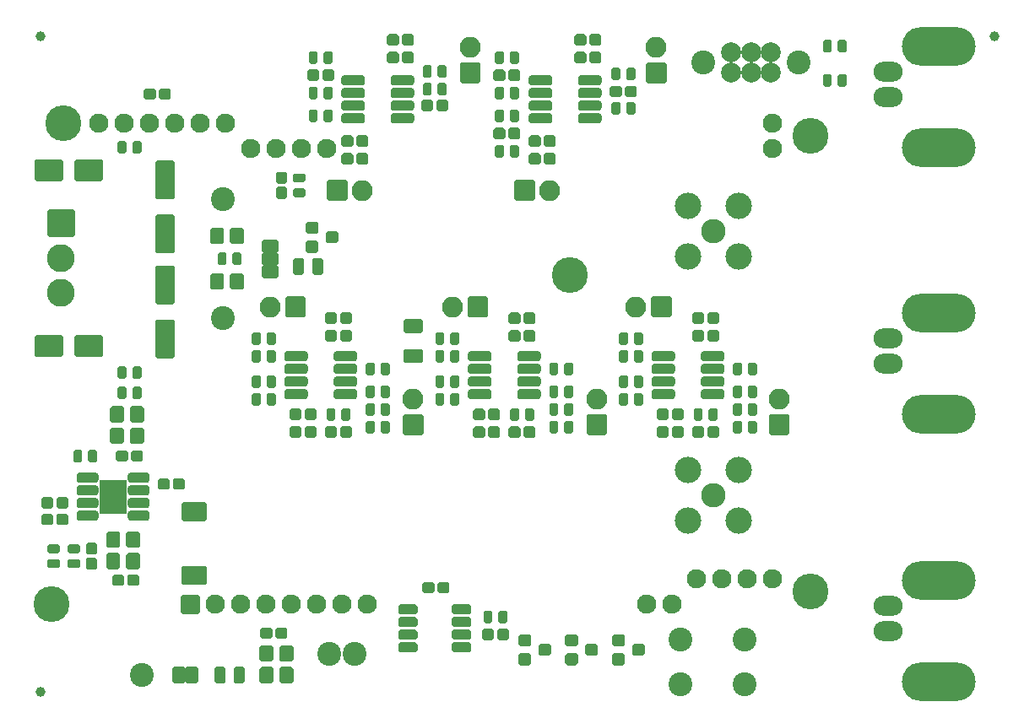
<source format=gts>
G04 #@! TF.GenerationSoftware,KiCad,Pcbnew,(5.1.12)-1*
G04 #@! TF.CreationDate,2022-09-19T12:41:43+02:00*
G04 #@! TF.ProjectId,some_wave_v2,736f6d65-5f77-4617-9665-5f76322e6b69,rev?*
G04 #@! TF.SameCoordinates,Original*
G04 #@! TF.FileFunction,Soldermask,Top*
G04 #@! TF.FilePolarity,Negative*
%FSLAX46Y46*%
G04 Gerber Fmt 4.6, Leading zero omitted, Abs format (unit mm)*
G04 Created by KiCad (PCBNEW (5.1.12)-1) date 2022-09-19 12:41:43*
%MOMM*%
%LPD*%
G01*
G04 APERTURE LIST*
%ADD10C,1.930000*%
%ADD11C,3.600000*%
%ADD12O,2.100000X2.100000*%
%ADD13C,2.400000*%
%ADD14C,2.650000*%
%ADD15C,2.450000*%
%ADD16O,2.900000X2.000000*%
%ADD17O,7.400000X3.900000*%
%ADD18R,2.710000X3.400000*%
%ADD19C,1.000000*%
%ADD20C,2.000000*%
%ADD21C,2.800000*%
G04 APERTURE END LIST*
D10*
X62788000Y-59055000D03*
X65328000Y-59055000D03*
X67818000Y-56515000D03*
X70358000Y-56515000D03*
D11*
X3078000Y-59055000D03*
G36*
G01*
X17783000Y-60020000D02*
X16253000Y-60020000D01*
G75*
G02*
X16053000Y-59820000I0J200000D01*
G01*
X16053000Y-58290000D01*
G75*
G02*
X16253000Y-58090000I200000J0D01*
G01*
X17783000Y-58090000D01*
G75*
G02*
X17983000Y-58290000I0J-200000D01*
G01*
X17983000Y-59820000D01*
G75*
G02*
X17783000Y-60020000I-200000J0D01*
G01*
G37*
D10*
X19558000Y-59055000D03*
X22098000Y-59055000D03*
X24638000Y-59055000D03*
X27178000Y-59055000D03*
X29718000Y-59055000D03*
X32258000Y-59055000D03*
X34798000Y-59055000D03*
D11*
X79248000Y-57785000D03*
D10*
X7874000Y-10795000D03*
D11*
X79248000Y-12065000D03*
X4318000Y-10795000D03*
X55118000Y-26035000D03*
D10*
X10414000Y-10795000D03*
X12954000Y-10795000D03*
X15494000Y-10795000D03*
X18034000Y-10795000D03*
X20574000Y-10795000D03*
X23114000Y-13335000D03*
X25654000Y-13335000D03*
X28194000Y-13335000D03*
X30734000Y-13335000D03*
X72898000Y-56515000D03*
X75438000Y-56515000D03*
X75438000Y-13335000D03*
X75438000Y-10795000D03*
G36*
G01*
X25787000Y-15668000D02*
X26537000Y-15668000D01*
G75*
G02*
X26737000Y-15868000I0J-200000D01*
G01*
X26737000Y-16668000D01*
G75*
G02*
X26537000Y-16868000I-200000J0D01*
G01*
X25787000Y-16868000D01*
G75*
G02*
X25587000Y-16668000I0J200000D01*
G01*
X25587000Y-15868000D01*
G75*
G02*
X25787000Y-15668000I200000J0D01*
G01*
G37*
G36*
G01*
X25787000Y-17168000D02*
X26537000Y-17168000D01*
G75*
G02*
X26737000Y-17368000I0J-200000D01*
G01*
X26737000Y-18168000D01*
G75*
G02*
X26537000Y-18368000I-200000J0D01*
G01*
X25787000Y-18368000D01*
G75*
G02*
X25587000Y-18168000I0J200000D01*
G01*
X25587000Y-17368000D01*
G75*
G02*
X25787000Y-17168000I200000J0D01*
G01*
G37*
D12*
X63754000Y-3175000D03*
G36*
G01*
X64804000Y-4865000D02*
X64804000Y-6565000D01*
G75*
G02*
X64604000Y-6765000I-200000J0D01*
G01*
X62904000Y-6765000D01*
G75*
G02*
X62704000Y-6565000I0J200000D01*
G01*
X62704000Y-4865000D01*
G75*
G02*
X62904000Y-4665000I200000J0D01*
G01*
X64604000Y-4665000D01*
G75*
G02*
X64804000Y-4865000I0J-200000D01*
G01*
G37*
D13*
X12192000Y-66167000D03*
D14*
X72009000Y-24130000D03*
X66929000Y-24130000D03*
X66929000Y-19050000D03*
X72009000Y-19050000D03*
D15*
X69469000Y-21590000D03*
D12*
X34290000Y-17526000D03*
G36*
G01*
X32600000Y-18576000D02*
X30900000Y-18576000D01*
G75*
G02*
X30700000Y-18376000I0J200000D01*
G01*
X30700000Y-16676000D01*
G75*
G02*
X30900000Y-16476000I200000J0D01*
G01*
X32600000Y-16476000D01*
G75*
G02*
X32800000Y-16676000I0J-200000D01*
G01*
X32800000Y-18376000D01*
G75*
G02*
X32600000Y-18576000I-200000J0D01*
G01*
G37*
X45085000Y-3175000D03*
G36*
G01*
X46135000Y-4865000D02*
X46135000Y-6565000D01*
G75*
G02*
X45935000Y-6765000I-200000J0D01*
G01*
X44235000Y-6765000D01*
G75*
G02*
X44035000Y-6565000I0J200000D01*
G01*
X44035000Y-4865000D01*
G75*
G02*
X44235000Y-4665000I200000J0D01*
G01*
X45935000Y-4665000D01*
G75*
G02*
X46135000Y-4865000I0J-200000D01*
G01*
G37*
X53086000Y-17526000D03*
G36*
G01*
X51396000Y-18576000D02*
X49696000Y-18576000D01*
G75*
G02*
X49496000Y-18376000I0J200000D01*
G01*
X49496000Y-16676000D01*
G75*
G02*
X49696000Y-16476000I200000J0D01*
G01*
X51396000Y-16476000D01*
G75*
G02*
X51596000Y-16676000I0J-200000D01*
G01*
X51596000Y-18376000D01*
G75*
G02*
X51396000Y-18576000I-200000J0D01*
G01*
G37*
D16*
X86995000Y-32385000D03*
X86995000Y-34925000D03*
D17*
X92075000Y-40005000D03*
X92075000Y-29845000D03*
D16*
X86995000Y-5588000D03*
X86995000Y-8128000D03*
D17*
X92075000Y-13208000D03*
X92075000Y-3048000D03*
D18*
X9271000Y-48260000D03*
G36*
G01*
X10746000Y-46605000D02*
X10746000Y-46105000D01*
G75*
G02*
X10996000Y-45855000I250000J0D01*
G01*
X12671000Y-45855000D01*
G75*
G02*
X12921000Y-46105000I0J-250000D01*
G01*
X12921000Y-46605000D01*
G75*
G02*
X12671000Y-46855000I-250000J0D01*
G01*
X10996000Y-46855000D01*
G75*
G02*
X10746000Y-46605000I0J250000D01*
G01*
G37*
G36*
G01*
X10746000Y-47875000D02*
X10746000Y-47375000D01*
G75*
G02*
X10996000Y-47125000I250000J0D01*
G01*
X12671000Y-47125000D01*
G75*
G02*
X12921000Y-47375000I0J-250000D01*
G01*
X12921000Y-47875000D01*
G75*
G02*
X12671000Y-48125000I-250000J0D01*
G01*
X10996000Y-48125000D01*
G75*
G02*
X10746000Y-47875000I0J250000D01*
G01*
G37*
G36*
G01*
X10746000Y-49145000D02*
X10746000Y-48645000D01*
G75*
G02*
X10996000Y-48395000I250000J0D01*
G01*
X12671000Y-48395000D01*
G75*
G02*
X12921000Y-48645000I0J-250000D01*
G01*
X12921000Y-49145000D01*
G75*
G02*
X12671000Y-49395000I-250000J0D01*
G01*
X10996000Y-49395000D01*
G75*
G02*
X10746000Y-49145000I0J250000D01*
G01*
G37*
G36*
G01*
X10746000Y-50415000D02*
X10746000Y-49915000D01*
G75*
G02*
X10996000Y-49665000I250000J0D01*
G01*
X12671000Y-49665000D01*
G75*
G02*
X12921000Y-49915000I0J-250000D01*
G01*
X12921000Y-50415000D01*
G75*
G02*
X12671000Y-50665000I-250000J0D01*
G01*
X10996000Y-50665000D01*
G75*
G02*
X10746000Y-50415000I0J250000D01*
G01*
G37*
G36*
G01*
X5621000Y-50415000D02*
X5621000Y-49915000D01*
G75*
G02*
X5871000Y-49665000I250000J0D01*
G01*
X7546000Y-49665000D01*
G75*
G02*
X7796000Y-49915000I0J-250000D01*
G01*
X7796000Y-50415000D01*
G75*
G02*
X7546000Y-50665000I-250000J0D01*
G01*
X5871000Y-50665000D01*
G75*
G02*
X5621000Y-50415000I0J250000D01*
G01*
G37*
G36*
G01*
X5621000Y-49145000D02*
X5621000Y-48645000D01*
G75*
G02*
X5871000Y-48395000I250000J0D01*
G01*
X7546000Y-48395000D01*
G75*
G02*
X7796000Y-48645000I0J-250000D01*
G01*
X7796000Y-49145000D01*
G75*
G02*
X7546000Y-49395000I-250000J0D01*
G01*
X5871000Y-49395000D01*
G75*
G02*
X5621000Y-49145000I0J250000D01*
G01*
G37*
G36*
G01*
X5621000Y-47875000D02*
X5621000Y-47375000D01*
G75*
G02*
X5871000Y-47125000I250000J0D01*
G01*
X7546000Y-47125000D01*
G75*
G02*
X7796000Y-47375000I0J-250000D01*
G01*
X7796000Y-47875000D01*
G75*
G02*
X7546000Y-48125000I-250000J0D01*
G01*
X5871000Y-48125000D01*
G75*
G02*
X5621000Y-47875000I0J250000D01*
G01*
G37*
G36*
G01*
X5621000Y-46605000D02*
X5621000Y-46105000D01*
G75*
G02*
X5871000Y-45855000I250000J0D01*
G01*
X7546000Y-45855000D01*
G75*
G02*
X7796000Y-46105000I0J-250000D01*
G01*
X7796000Y-46605000D01*
G75*
G02*
X7546000Y-46855000I-250000J0D01*
G01*
X5871000Y-46855000D01*
G75*
G02*
X5621000Y-46605000I0J250000D01*
G01*
G37*
G36*
G01*
X16299000Y-55209000D02*
X18499000Y-55209000D01*
G75*
G02*
X18699000Y-55409000I0J-200000D01*
G01*
X18699000Y-56909000D01*
G75*
G02*
X18499000Y-57109000I-200000J0D01*
G01*
X16299000Y-57109000D01*
G75*
G02*
X16099000Y-56909000I0J200000D01*
G01*
X16099000Y-55409000D01*
G75*
G02*
X16299000Y-55209000I200000J0D01*
G01*
G37*
G36*
G01*
X16299000Y-48809000D02*
X18499000Y-48809000D01*
G75*
G02*
X18699000Y-49009000I0J-200000D01*
G01*
X18699000Y-50509000D01*
G75*
G02*
X18499000Y-50709000I-200000J0D01*
G01*
X16299000Y-50709000D01*
G75*
G02*
X16099000Y-50509000I0J200000D01*
G01*
X16099000Y-49009000D01*
G75*
G02*
X16299000Y-48809000I200000J0D01*
G01*
G37*
G36*
G01*
X12272000Y-43821000D02*
X12272000Y-44571000D01*
G75*
G02*
X12072000Y-44771000I-200000J0D01*
G01*
X11272000Y-44771000D01*
G75*
G02*
X11072000Y-44571000I0J200000D01*
G01*
X11072000Y-43821000D01*
G75*
G02*
X11272000Y-43621000I200000J0D01*
G01*
X12072000Y-43621000D01*
G75*
G02*
X12272000Y-43821000I0J-200000D01*
G01*
G37*
G36*
G01*
X10772000Y-43821000D02*
X10772000Y-44571000D01*
G75*
G02*
X10572000Y-44771000I-200000J0D01*
G01*
X9772000Y-44771000D01*
G75*
G02*
X9572000Y-44571000I0J200000D01*
G01*
X9572000Y-43821000D01*
G75*
G02*
X9772000Y-43621000I200000J0D01*
G01*
X10572000Y-43621000D01*
G75*
G02*
X10772000Y-43821000I0J-200000D01*
G01*
G37*
G36*
G01*
X34878000Y-13976000D02*
X34878000Y-14726000D01*
G75*
G02*
X34678000Y-14926000I-200000J0D01*
G01*
X33878000Y-14926000D01*
G75*
G02*
X33678000Y-14726000I0J200000D01*
G01*
X33678000Y-13976000D01*
G75*
G02*
X33878000Y-13776000I200000J0D01*
G01*
X34678000Y-13776000D01*
G75*
G02*
X34878000Y-13976000I0J-200000D01*
G01*
G37*
G36*
G01*
X33378000Y-13976000D02*
X33378000Y-14726000D01*
G75*
G02*
X33178000Y-14926000I-200000J0D01*
G01*
X32378000Y-14926000D01*
G75*
G02*
X32178000Y-14726000I0J200000D01*
G01*
X32178000Y-13976000D01*
G75*
G02*
X32378000Y-13776000I200000J0D01*
G01*
X33178000Y-13776000D01*
G75*
G02*
X33378000Y-13976000I0J-200000D01*
G01*
G37*
G36*
G01*
X33378000Y-12198000D02*
X33378000Y-12948000D01*
G75*
G02*
X33178000Y-13148000I-200000J0D01*
G01*
X32378000Y-13148000D01*
G75*
G02*
X32178000Y-12948000I0J200000D01*
G01*
X32178000Y-12198000D01*
G75*
G02*
X32378000Y-11998000I200000J0D01*
G01*
X33178000Y-11998000D01*
G75*
G02*
X33378000Y-12198000I0J-200000D01*
G01*
G37*
G36*
G01*
X34878000Y-12198000D02*
X34878000Y-12948000D01*
G75*
G02*
X34678000Y-13148000I-200000J0D01*
G01*
X33878000Y-13148000D01*
G75*
G02*
X33678000Y-12948000I0J200000D01*
G01*
X33678000Y-12198000D01*
G75*
G02*
X33878000Y-11998000I200000J0D01*
G01*
X34678000Y-11998000D01*
G75*
G02*
X34878000Y-12198000I0J-200000D01*
G01*
G37*
G36*
G01*
X38250000Y-4566000D02*
X38250000Y-3816000D01*
G75*
G02*
X38450000Y-3616000I200000J0D01*
G01*
X39250000Y-3616000D01*
G75*
G02*
X39450000Y-3816000I0J-200000D01*
G01*
X39450000Y-4566000D01*
G75*
G02*
X39250000Y-4766000I-200000J0D01*
G01*
X38450000Y-4766000D01*
G75*
G02*
X38250000Y-4566000I0J200000D01*
G01*
G37*
G36*
G01*
X36750000Y-4566000D02*
X36750000Y-3816000D01*
G75*
G02*
X36950000Y-3616000I200000J0D01*
G01*
X37750000Y-3616000D01*
G75*
G02*
X37950000Y-3816000I0J-200000D01*
G01*
X37950000Y-4566000D01*
G75*
G02*
X37750000Y-4766000I-200000J0D01*
G01*
X36950000Y-4766000D01*
G75*
G02*
X36750000Y-4566000I0J200000D01*
G01*
G37*
G36*
G01*
X36750000Y-2788000D02*
X36750000Y-2038000D01*
G75*
G02*
X36950000Y-1838000I200000J0D01*
G01*
X37750000Y-1838000D01*
G75*
G02*
X37950000Y-2038000I0J-200000D01*
G01*
X37950000Y-2788000D01*
G75*
G02*
X37750000Y-2988000I-200000J0D01*
G01*
X36950000Y-2988000D01*
G75*
G02*
X36750000Y-2788000I0J200000D01*
G01*
G37*
G36*
G01*
X38250000Y-2788000D02*
X38250000Y-2038000D01*
G75*
G02*
X38450000Y-1838000I200000J0D01*
G01*
X39250000Y-1838000D01*
G75*
G02*
X39450000Y-2038000I0J-200000D01*
G01*
X39450000Y-2788000D01*
G75*
G02*
X39250000Y-2988000I-200000J0D01*
G01*
X38450000Y-2988000D01*
G75*
G02*
X38250000Y-2788000I0J200000D01*
G01*
G37*
G36*
G01*
X11891000Y-56267000D02*
X11891000Y-57017000D01*
G75*
G02*
X11691000Y-57217000I-200000J0D01*
G01*
X10891000Y-57217000D01*
G75*
G02*
X10691000Y-57017000I0J200000D01*
G01*
X10691000Y-56267000D01*
G75*
G02*
X10891000Y-56067000I200000J0D01*
G01*
X11691000Y-56067000D01*
G75*
G02*
X11891000Y-56267000I0J-200000D01*
G01*
G37*
G36*
G01*
X10391000Y-56267000D02*
X10391000Y-57017000D01*
G75*
G02*
X10191000Y-57217000I-200000J0D01*
G01*
X9391000Y-57217000D01*
G75*
G02*
X9191000Y-57017000I0J200000D01*
G01*
X9191000Y-56267000D01*
G75*
G02*
X9391000Y-56067000I200000J0D01*
G01*
X10191000Y-56067000D01*
G75*
G02*
X10391000Y-56267000I0J-200000D01*
G01*
G37*
G36*
G01*
X52174000Y-13976000D02*
X52174000Y-14726000D01*
G75*
G02*
X51974000Y-14926000I-200000J0D01*
G01*
X51174000Y-14926000D01*
G75*
G02*
X50974000Y-14726000I0J200000D01*
G01*
X50974000Y-13976000D01*
G75*
G02*
X51174000Y-13776000I200000J0D01*
G01*
X51974000Y-13776000D01*
G75*
G02*
X52174000Y-13976000I0J-200000D01*
G01*
G37*
G36*
G01*
X53674000Y-13976000D02*
X53674000Y-14726000D01*
G75*
G02*
X53474000Y-14926000I-200000J0D01*
G01*
X52674000Y-14926000D01*
G75*
G02*
X52474000Y-14726000I0J200000D01*
G01*
X52474000Y-13976000D01*
G75*
G02*
X52674000Y-13776000I200000J0D01*
G01*
X53474000Y-13776000D01*
G75*
G02*
X53674000Y-13976000I0J-200000D01*
G01*
G37*
G36*
G01*
X53674000Y-12198000D02*
X53674000Y-12948000D01*
G75*
G02*
X53474000Y-13148000I-200000J0D01*
G01*
X52674000Y-13148000D01*
G75*
G02*
X52474000Y-12948000I0J200000D01*
G01*
X52474000Y-12198000D01*
G75*
G02*
X52674000Y-11998000I200000J0D01*
G01*
X53474000Y-11998000D01*
G75*
G02*
X53674000Y-12198000I0J-200000D01*
G01*
G37*
G36*
G01*
X52174000Y-12198000D02*
X52174000Y-12948000D01*
G75*
G02*
X51974000Y-13148000I-200000J0D01*
G01*
X51174000Y-13148000D01*
G75*
G02*
X50974000Y-12948000I0J200000D01*
G01*
X50974000Y-12198000D01*
G75*
G02*
X51174000Y-11998000I200000J0D01*
G01*
X51974000Y-11998000D01*
G75*
G02*
X52174000Y-12198000I0J-200000D01*
G01*
G37*
G36*
G01*
X55546000Y-4566000D02*
X55546000Y-3816000D01*
G75*
G02*
X55746000Y-3616000I200000J0D01*
G01*
X56546000Y-3616000D01*
G75*
G02*
X56746000Y-3816000I0J-200000D01*
G01*
X56746000Y-4566000D01*
G75*
G02*
X56546000Y-4766000I-200000J0D01*
G01*
X55746000Y-4766000D01*
G75*
G02*
X55546000Y-4566000I0J200000D01*
G01*
G37*
G36*
G01*
X57046000Y-4566000D02*
X57046000Y-3816000D01*
G75*
G02*
X57246000Y-3616000I200000J0D01*
G01*
X58046000Y-3616000D01*
G75*
G02*
X58246000Y-3816000I0J-200000D01*
G01*
X58246000Y-4566000D01*
G75*
G02*
X58046000Y-4766000I-200000J0D01*
G01*
X57246000Y-4766000D01*
G75*
G02*
X57046000Y-4566000I0J200000D01*
G01*
G37*
G36*
G01*
X57046000Y-2788000D02*
X57046000Y-2038000D01*
G75*
G02*
X57246000Y-1838000I200000J0D01*
G01*
X58046000Y-1838000D01*
G75*
G02*
X58246000Y-2038000I0J-200000D01*
G01*
X58246000Y-2788000D01*
G75*
G02*
X58046000Y-2988000I-200000J0D01*
G01*
X57246000Y-2988000D01*
G75*
G02*
X57046000Y-2788000I0J200000D01*
G01*
G37*
G36*
G01*
X55546000Y-2788000D02*
X55546000Y-2038000D01*
G75*
G02*
X55746000Y-1838000I200000J0D01*
G01*
X56546000Y-1838000D01*
G75*
G02*
X56746000Y-2038000I0J-200000D01*
G01*
X56746000Y-2788000D01*
G75*
G02*
X56546000Y-2988000I-200000J0D01*
G01*
X55746000Y-2988000D01*
G75*
G02*
X55546000Y-2788000I0J200000D01*
G01*
G37*
G36*
G01*
X25550000Y-62351000D02*
X25550000Y-61601000D01*
G75*
G02*
X25750000Y-61401000I200000J0D01*
G01*
X26550000Y-61401000D01*
G75*
G02*
X26750000Y-61601000I0J-200000D01*
G01*
X26750000Y-62351000D01*
G75*
G02*
X26550000Y-62551000I-200000J0D01*
G01*
X25750000Y-62551000D01*
G75*
G02*
X25550000Y-62351000I0J200000D01*
G01*
G37*
G36*
G01*
X24050000Y-62351000D02*
X24050000Y-61601000D01*
G75*
G02*
X24250000Y-61401000I200000J0D01*
G01*
X25050000Y-61401000D01*
G75*
G02*
X25250000Y-61601000I0J-200000D01*
G01*
X25250000Y-62351000D01*
G75*
G02*
X25050000Y-62551000I-200000J0D01*
G01*
X24250000Y-62551000D01*
G75*
G02*
X24050000Y-62351000I0J200000D01*
G01*
G37*
G36*
G01*
X15384999Y-65332000D02*
X16355001Y-65332000D01*
G75*
G02*
X16555000Y-65531999I0J-199999D01*
G01*
X16555000Y-66802001D01*
G75*
G02*
X16355001Y-67002000I-199999J0D01*
G01*
X15384999Y-67002000D01*
G75*
G02*
X15185000Y-66802001I0J199999D01*
G01*
X15185000Y-65531999D01*
G75*
G02*
X15384999Y-65332000I199999J0D01*
G01*
G37*
G36*
G01*
X16664999Y-65332000D02*
X17635001Y-65332000D01*
G75*
G02*
X17835000Y-65531999I0J-199999D01*
G01*
X17835000Y-66802001D01*
G75*
G02*
X17635001Y-67002000I-199999J0D01*
G01*
X16664999Y-67002000D01*
G75*
G02*
X16465000Y-66802001I0J199999D01*
G01*
X16465000Y-65531999D01*
G75*
G02*
X16664999Y-65332000I199999J0D01*
G01*
G37*
G36*
G01*
X12122000Y-37396000D02*
X12122000Y-38296000D01*
G75*
G02*
X11922000Y-38496000I-200000J0D01*
G01*
X11422000Y-38496000D01*
G75*
G02*
X11222000Y-38296000I0J200000D01*
G01*
X11222000Y-37396000D01*
G75*
G02*
X11422000Y-37196000I200000J0D01*
G01*
X11922000Y-37196000D01*
G75*
G02*
X12122000Y-37396000I0J-200000D01*
G01*
G37*
G36*
G01*
X10622000Y-37396000D02*
X10622000Y-38296000D01*
G75*
G02*
X10422000Y-38496000I-200000J0D01*
G01*
X9922000Y-38496000D01*
G75*
G02*
X9722000Y-38296000I0J200000D01*
G01*
X9722000Y-37396000D01*
G75*
G02*
X9922000Y-37196000I200000J0D01*
G01*
X10422000Y-37196000D01*
G75*
G02*
X10622000Y-37396000I0J-200000D01*
G01*
G37*
G36*
G01*
X31299000Y-3741000D02*
X31299000Y-4641000D01*
G75*
G02*
X31099000Y-4841000I-200000J0D01*
G01*
X30599000Y-4841000D01*
G75*
G02*
X30399000Y-4641000I0J200000D01*
G01*
X30399000Y-3741000D01*
G75*
G02*
X30599000Y-3541000I200000J0D01*
G01*
X31099000Y-3541000D01*
G75*
G02*
X31299000Y-3741000I0J-200000D01*
G01*
G37*
G36*
G01*
X29799000Y-3741000D02*
X29799000Y-4641000D01*
G75*
G02*
X29599000Y-4841000I-200000J0D01*
G01*
X29099000Y-4841000D01*
G75*
G02*
X28899000Y-4641000I0J200000D01*
G01*
X28899000Y-3741000D01*
G75*
G02*
X29099000Y-3541000I200000J0D01*
G01*
X29599000Y-3541000D01*
G75*
G02*
X29799000Y-3741000I0J-200000D01*
G01*
G37*
G36*
G01*
X31299000Y-7297000D02*
X31299000Y-8197000D01*
G75*
G02*
X31099000Y-8397000I-200000J0D01*
G01*
X30599000Y-8397000D01*
G75*
G02*
X30399000Y-8197000I0J200000D01*
G01*
X30399000Y-7297000D01*
G75*
G02*
X30599000Y-7097000I200000J0D01*
G01*
X31099000Y-7097000D01*
G75*
G02*
X31299000Y-7297000I0J-200000D01*
G01*
G37*
G36*
G01*
X29799000Y-7297000D02*
X29799000Y-8197000D01*
G75*
G02*
X29599000Y-8397000I-200000J0D01*
G01*
X29099000Y-8397000D01*
G75*
G02*
X28899000Y-8197000I0J200000D01*
G01*
X28899000Y-7297000D01*
G75*
G02*
X29099000Y-7097000I200000J0D01*
G01*
X29599000Y-7097000D01*
G75*
G02*
X29799000Y-7297000I0J-200000D01*
G01*
G37*
G36*
G01*
X29799000Y-9583000D02*
X29799000Y-10483000D01*
G75*
G02*
X29599000Y-10683000I-200000J0D01*
G01*
X29099000Y-10683000D01*
G75*
G02*
X28899000Y-10483000I0J200000D01*
G01*
X28899000Y-9583000D01*
G75*
G02*
X29099000Y-9383000I200000J0D01*
G01*
X29599000Y-9383000D01*
G75*
G02*
X29799000Y-9583000I0J-200000D01*
G01*
G37*
G36*
G01*
X31299000Y-9583000D02*
X31299000Y-10483000D01*
G75*
G02*
X31099000Y-10683000I-200000J0D01*
G01*
X30599000Y-10683000D01*
G75*
G02*
X30399000Y-10483000I0J200000D01*
G01*
X30399000Y-9583000D01*
G75*
G02*
X30599000Y-9383000I200000J0D01*
G01*
X31099000Y-9383000D01*
G75*
G02*
X31299000Y-9583000I0J-200000D01*
G01*
G37*
G36*
G01*
X27490000Y-15818000D02*
X28390000Y-15818000D01*
G75*
G02*
X28590000Y-16018000I0J-200000D01*
G01*
X28590000Y-16518000D01*
G75*
G02*
X28390000Y-16718000I-200000J0D01*
G01*
X27490000Y-16718000D01*
G75*
G02*
X27290000Y-16518000I0J200000D01*
G01*
X27290000Y-16018000D01*
G75*
G02*
X27490000Y-15818000I200000J0D01*
G01*
G37*
G36*
G01*
X27490000Y-17318000D02*
X28390000Y-17318000D01*
G75*
G02*
X28590000Y-17518000I0J-200000D01*
G01*
X28590000Y-18018000D01*
G75*
G02*
X28390000Y-18218000I-200000J0D01*
G01*
X27490000Y-18218000D01*
G75*
G02*
X27290000Y-18018000I0J200000D01*
G01*
X27290000Y-17518000D01*
G75*
G02*
X27490000Y-17318000I200000J0D01*
G01*
G37*
G36*
G01*
X41229000Y-5138000D02*
X41229000Y-6038000D01*
G75*
G02*
X41029000Y-6238000I-200000J0D01*
G01*
X40529000Y-6238000D01*
G75*
G02*
X40329000Y-6038000I0J200000D01*
G01*
X40329000Y-5138000D01*
G75*
G02*
X40529000Y-4938000I200000J0D01*
G01*
X41029000Y-4938000D01*
G75*
G02*
X41229000Y-5138000I0J-200000D01*
G01*
G37*
G36*
G01*
X42729000Y-5138000D02*
X42729000Y-6038000D01*
G75*
G02*
X42529000Y-6238000I-200000J0D01*
G01*
X42029000Y-6238000D01*
G75*
G02*
X41829000Y-6038000I0J200000D01*
G01*
X41829000Y-5138000D01*
G75*
G02*
X42029000Y-4938000I200000J0D01*
G01*
X42529000Y-4938000D01*
G75*
G02*
X42729000Y-5138000I0J-200000D01*
G01*
G37*
G36*
G01*
X40329000Y-7816000D02*
X40329000Y-6916000D01*
G75*
G02*
X40529000Y-6716000I200000J0D01*
G01*
X41029000Y-6716000D01*
G75*
G02*
X41229000Y-6916000I0J-200000D01*
G01*
X41229000Y-7816000D01*
G75*
G02*
X41029000Y-8016000I-200000J0D01*
G01*
X40529000Y-8016000D01*
G75*
G02*
X40329000Y-7816000I0J200000D01*
G01*
G37*
G36*
G01*
X41829000Y-7816000D02*
X41829000Y-6916000D01*
G75*
G02*
X42029000Y-6716000I200000J0D01*
G01*
X42529000Y-6716000D01*
G75*
G02*
X42729000Y-6916000I0J-200000D01*
G01*
X42729000Y-7816000D01*
G75*
G02*
X42529000Y-8016000I-200000J0D01*
G01*
X42029000Y-8016000D01*
G75*
G02*
X41829000Y-7816000I0J200000D01*
G01*
G37*
G36*
G01*
X3752000Y-55429000D02*
X2852000Y-55429000D01*
G75*
G02*
X2652000Y-55229000I0J200000D01*
G01*
X2652000Y-54729000D01*
G75*
G02*
X2852000Y-54529000I200000J0D01*
G01*
X3752000Y-54529000D01*
G75*
G02*
X3952000Y-54729000I0J-200000D01*
G01*
X3952000Y-55229000D01*
G75*
G02*
X3752000Y-55429000I-200000J0D01*
G01*
G37*
G36*
G01*
X3752000Y-53929000D02*
X2852000Y-53929000D01*
G75*
G02*
X2652000Y-53729000I0J200000D01*
G01*
X2652000Y-53229000D01*
G75*
G02*
X2852000Y-53029000I200000J0D01*
G01*
X3752000Y-53029000D01*
G75*
G02*
X3952000Y-53229000I0J-200000D01*
G01*
X3952000Y-53729000D01*
G75*
G02*
X3752000Y-53929000I-200000J0D01*
G01*
G37*
G36*
G01*
X4884000Y-54529000D02*
X5784000Y-54529000D01*
G75*
G02*
X5984000Y-54729000I0J-200000D01*
G01*
X5984000Y-55229000D01*
G75*
G02*
X5784000Y-55429000I-200000J0D01*
G01*
X4884000Y-55429000D01*
G75*
G02*
X4684000Y-55229000I0J200000D01*
G01*
X4684000Y-54729000D01*
G75*
G02*
X4884000Y-54529000I200000J0D01*
G01*
G37*
G36*
G01*
X4884000Y-53029000D02*
X5784000Y-53029000D01*
G75*
G02*
X5984000Y-53229000I0J-200000D01*
G01*
X5984000Y-53729000D01*
G75*
G02*
X5784000Y-53929000I-200000J0D01*
G01*
X4884000Y-53929000D01*
G75*
G02*
X4684000Y-53729000I0J200000D01*
G01*
X4684000Y-53229000D01*
G75*
G02*
X4884000Y-53029000I200000J0D01*
G01*
G37*
G36*
G01*
X48468000Y-3741000D02*
X48468000Y-4641000D01*
G75*
G02*
X48268000Y-4841000I-200000J0D01*
G01*
X47768000Y-4841000D01*
G75*
G02*
X47568000Y-4641000I0J200000D01*
G01*
X47568000Y-3741000D01*
G75*
G02*
X47768000Y-3541000I200000J0D01*
G01*
X48268000Y-3541000D01*
G75*
G02*
X48468000Y-3741000I0J-200000D01*
G01*
G37*
G36*
G01*
X49968000Y-3741000D02*
X49968000Y-4641000D01*
G75*
G02*
X49768000Y-4841000I-200000J0D01*
G01*
X49268000Y-4841000D01*
G75*
G02*
X49068000Y-4641000I0J200000D01*
G01*
X49068000Y-3741000D01*
G75*
G02*
X49268000Y-3541000I200000J0D01*
G01*
X49768000Y-3541000D01*
G75*
G02*
X49968000Y-3741000I0J-200000D01*
G01*
G37*
G36*
G01*
X49968000Y-7297000D02*
X49968000Y-8197000D01*
G75*
G02*
X49768000Y-8397000I-200000J0D01*
G01*
X49268000Y-8397000D01*
G75*
G02*
X49068000Y-8197000I0J200000D01*
G01*
X49068000Y-7297000D01*
G75*
G02*
X49268000Y-7097000I200000J0D01*
G01*
X49768000Y-7097000D01*
G75*
G02*
X49968000Y-7297000I0J-200000D01*
G01*
G37*
G36*
G01*
X48468000Y-7297000D02*
X48468000Y-8197000D01*
G75*
G02*
X48268000Y-8397000I-200000J0D01*
G01*
X47768000Y-8397000D01*
G75*
G02*
X47568000Y-8197000I0J200000D01*
G01*
X47568000Y-7297000D01*
G75*
G02*
X47768000Y-7097000I200000J0D01*
G01*
X48268000Y-7097000D01*
G75*
G02*
X48468000Y-7297000I0J-200000D01*
G01*
G37*
G36*
G01*
X49068000Y-10483000D02*
X49068000Y-9583000D01*
G75*
G02*
X49268000Y-9383000I200000J0D01*
G01*
X49768000Y-9383000D01*
G75*
G02*
X49968000Y-9583000I0J-200000D01*
G01*
X49968000Y-10483000D01*
G75*
G02*
X49768000Y-10683000I-200000J0D01*
G01*
X49268000Y-10683000D01*
G75*
G02*
X49068000Y-10483000I0J200000D01*
G01*
G37*
G36*
G01*
X47568000Y-10483000D02*
X47568000Y-9583000D01*
G75*
G02*
X47768000Y-9383000I200000J0D01*
G01*
X48268000Y-9383000D01*
G75*
G02*
X48468000Y-9583000I0J-200000D01*
G01*
X48468000Y-10483000D01*
G75*
G02*
X48268000Y-10683000I-200000J0D01*
G01*
X47768000Y-10683000D01*
G75*
G02*
X47568000Y-10483000I0J200000D01*
G01*
G37*
G36*
G01*
X48468000Y-13139000D02*
X48468000Y-14039000D01*
G75*
G02*
X48268000Y-14239000I-200000J0D01*
G01*
X47768000Y-14239000D01*
G75*
G02*
X47568000Y-14039000I0J200000D01*
G01*
X47568000Y-13139000D01*
G75*
G02*
X47768000Y-12939000I200000J0D01*
G01*
X48268000Y-12939000D01*
G75*
G02*
X48468000Y-13139000I0J-200000D01*
G01*
G37*
G36*
G01*
X49968000Y-13139000D02*
X49968000Y-14039000D01*
G75*
G02*
X49768000Y-14239000I-200000J0D01*
G01*
X49268000Y-14239000D01*
G75*
G02*
X49068000Y-14039000I0J200000D01*
G01*
X49068000Y-13139000D01*
G75*
G02*
X49268000Y-12939000I200000J0D01*
G01*
X49768000Y-12939000D01*
G75*
G02*
X49968000Y-13139000I0J-200000D01*
G01*
G37*
G36*
G01*
X61652000Y-5392000D02*
X61652000Y-6292000D01*
G75*
G02*
X61452000Y-6492000I-200000J0D01*
G01*
X60952000Y-6492000D01*
G75*
G02*
X60752000Y-6292000I0J200000D01*
G01*
X60752000Y-5392000D01*
G75*
G02*
X60952000Y-5192000I200000J0D01*
G01*
X61452000Y-5192000D01*
G75*
G02*
X61652000Y-5392000I0J-200000D01*
G01*
G37*
G36*
G01*
X60152000Y-5392000D02*
X60152000Y-6292000D01*
G75*
G02*
X59952000Y-6492000I-200000J0D01*
G01*
X59452000Y-6492000D01*
G75*
G02*
X59252000Y-6292000I0J200000D01*
G01*
X59252000Y-5392000D01*
G75*
G02*
X59452000Y-5192000I200000J0D01*
G01*
X59952000Y-5192000D01*
G75*
G02*
X60152000Y-5392000I0J-200000D01*
G01*
G37*
G36*
G01*
X60752000Y-9721000D02*
X60752000Y-8821000D01*
G75*
G02*
X60952000Y-8621000I200000J0D01*
G01*
X61452000Y-8621000D01*
G75*
G02*
X61652000Y-8821000I0J-200000D01*
G01*
X61652000Y-9721000D01*
G75*
G02*
X61452000Y-9921000I-200000J0D01*
G01*
X60952000Y-9921000D01*
G75*
G02*
X60752000Y-9721000I0J200000D01*
G01*
G37*
G36*
G01*
X59252000Y-9721000D02*
X59252000Y-8821000D01*
G75*
G02*
X59452000Y-8621000I200000J0D01*
G01*
X59952000Y-8621000D01*
G75*
G02*
X60152000Y-8821000I0J-200000D01*
G01*
X60152000Y-9721000D01*
G75*
G02*
X59952000Y-9921000I-200000J0D01*
G01*
X59452000Y-9921000D01*
G75*
G02*
X59252000Y-9721000I0J200000D01*
G01*
G37*
G36*
G01*
X39464000Y-10037000D02*
X39464000Y-10537000D01*
G75*
G02*
X39214000Y-10787000I-250000J0D01*
G01*
X37364000Y-10787000D01*
G75*
G02*
X37114000Y-10537000I0J250000D01*
G01*
X37114000Y-10037000D01*
G75*
G02*
X37364000Y-9787000I250000J0D01*
G01*
X39214000Y-9787000D01*
G75*
G02*
X39464000Y-10037000I0J-250000D01*
G01*
G37*
G36*
G01*
X39464000Y-8767000D02*
X39464000Y-9267000D01*
G75*
G02*
X39214000Y-9517000I-250000J0D01*
G01*
X37364000Y-9517000D01*
G75*
G02*
X37114000Y-9267000I0J250000D01*
G01*
X37114000Y-8767000D01*
G75*
G02*
X37364000Y-8517000I250000J0D01*
G01*
X39214000Y-8517000D01*
G75*
G02*
X39464000Y-8767000I0J-250000D01*
G01*
G37*
G36*
G01*
X39464000Y-7497000D02*
X39464000Y-7997000D01*
G75*
G02*
X39214000Y-8247000I-250000J0D01*
G01*
X37364000Y-8247000D01*
G75*
G02*
X37114000Y-7997000I0J250000D01*
G01*
X37114000Y-7497000D01*
G75*
G02*
X37364000Y-7247000I250000J0D01*
G01*
X39214000Y-7247000D01*
G75*
G02*
X39464000Y-7497000I0J-250000D01*
G01*
G37*
G36*
G01*
X39464000Y-6227000D02*
X39464000Y-6727000D01*
G75*
G02*
X39214000Y-6977000I-250000J0D01*
G01*
X37364000Y-6977000D01*
G75*
G02*
X37114000Y-6727000I0J250000D01*
G01*
X37114000Y-6227000D01*
G75*
G02*
X37364000Y-5977000I250000J0D01*
G01*
X39214000Y-5977000D01*
G75*
G02*
X39464000Y-6227000I0J-250000D01*
G01*
G37*
G36*
G01*
X34514000Y-6227000D02*
X34514000Y-6727000D01*
G75*
G02*
X34264000Y-6977000I-250000J0D01*
G01*
X32414000Y-6977000D01*
G75*
G02*
X32164000Y-6727000I0J250000D01*
G01*
X32164000Y-6227000D01*
G75*
G02*
X32414000Y-5977000I250000J0D01*
G01*
X34264000Y-5977000D01*
G75*
G02*
X34514000Y-6227000I0J-250000D01*
G01*
G37*
G36*
G01*
X34514000Y-7497000D02*
X34514000Y-7997000D01*
G75*
G02*
X34264000Y-8247000I-250000J0D01*
G01*
X32414000Y-8247000D01*
G75*
G02*
X32164000Y-7997000I0J250000D01*
G01*
X32164000Y-7497000D01*
G75*
G02*
X32414000Y-7247000I250000J0D01*
G01*
X34264000Y-7247000D01*
G75*
G02*
X34514000Y-7497000I0J-250000D01*
G01*
G37*
G36*
G01*
X34514000Y-8767000D02*
X34514000Y-9267000D01*
G75*
G02*
X34264000Y-9517000I-250000J0D01*
G01*
X32414000Y-9517000D01*
G75*
G02*
X32164000Y-9267000I0J250000D01*
G01*
X32164000Y-8767000D01*
G75*
G02*
X32414000Y-8517000I250000J0D01*
G01*
X34264000Y-8517000D01*
G75*
G02*
X34514000Y-8767000I0J-250000D01*
G01*
G37*
G36*
G01*
X34514000Y-10037000D02*
X34514000Y-10537000D01*
G75*
G02*
X34264000Y-10787000I-250000J0D01*
G01*
X32414000Y-10787000D01*
G75*
G02*
X32164000Y-10537000I0J250000D01*
G01*
X32164000Y-10037000D01*
G75*
G02*
X32414000Y-9787000I250000J0D01*
G01*
X34264000Y-9787000D01*
G75*
G02*
X34514000Y-10037000I0J-250000D01*
G01*
G37*
G36*
G01*
X58260000Y-10037000D02*
X58260000Y-10537000D01*
G75*
G02*
X58010000Y-10787000I-250000J0D01*
G01*
X56160000Y-10787000D01*
G75*
G02*
X55910000Y-10537000I0J250000D01*
G01*
X55910000Y-10037000D01*
G75*
G02*
X56160000Y-9787000I250000J0D01*
G01*
X58010000Y-9787000D01*
G75*
G02*
X58260000Y-10037000I0J-250000D01*
G01*
G37*
G36*
G01*
X58260000Y-8767000D02*
X58260000Y-9267000D01*
G75*
G02*
X58010000Y-9517000I-250000J0D01*
G01*
X56160000Y-9517000D01*
G75*
G02*
X55910000Y-9267000I0J250000D01*
G01*
X55910000Y-8767000D01*
G75*
G02*
X56160000Y-8517000I250000J0D01*
G01*
X58010000Y-8517000D01*
G75*
G02*
X58260000Y-8767000I0J-250000D01*
G01*
G37*
G36*
G01*
X58260000Y-7497000D02*
X58260000Y-7997000D01*
G75*
G02*
X58010000Y-8247000I-250000J0D01*
G01*
X56160000Y-8247000D01*
G75*
G02*
X55910000Y-7997000I0J250000D01*
G01*
X55910000Y-7497000D01*
G75*
G02*
X56160000Y-7247000I250000J0D01*
G01*
X58010000Y-7247000D01*
G75*
G02*
X58260000Y-7497000I0J-250000D01*
G01*
G37*
G36*
G01*
X58260000Y-6227000D02*
X58260000Y-6727000D01*
G75*
G02*
X58010000Y-6977000I-250000J0D01*
G01*
X56160000Y-6977000D01*
G75*
G02*
X55910000Y-6727000I0J250000D01*
G01*
X55910000Y-6227000D01*
G75*
G02*
X56160000Y-5977000I250000J0D01*
G01*
X58010000Y-5977000D01*
G75*
G02*
X58260000Y-6227000I0J-250000D01*
G01*
G37*
G36*
G01*
X53310000Y-6227000D02*
X53310000Y-6727000D01*
G75*
G02*
X53060000Y-6977000I-250000J0D01*
G01*
X51210000Y-6977000D01*
G75*
G02*
X50960000Y-6727000I0J250000D01*
G01*
X50960000Y-6227000D01*
G75*
G02*
X51210000Y-5977000I250000J0D01*
G01*
X53060000Y-5977000D01*
G75*
G02*
X53310000Y-6227000I0J-250000D01*
G01*
G37*
G36*
G01*
X53310000Y-7497000D02*
X53310000Y-7997000D01*
G75*
G02*
X53060000Y-8247000I-250000J0D01*
G01*
X51210000Y-8247000D01*
G75*
G02*
X50960000Y-7997000I0J250000D01*
G01*
X50960000Y-7497000D01*
G75*
G02*
X51210000Y-7247000I250000J0D01*
G01*
X53060000Y-7247000D01*
G75*
G02*
X53310000Y-7497000I0J-250000D01*
G01*
G37*
G36*
G01*
X53310000Y-8767000D02*
X53310000Y-9267000D01*
G75*
G02*
X53060000Y-9517000I-250000J0D01*
G01*
X51210000Y-9517000D01*
G75*
G02*
X50960000Y-9267000I0J250000D01*
G01*
X50960000Y-8767000D01*
G75*
G02*
X51210000Y-8517000I250000J0D01*
G01*
X53060000Y-8517000D01*
G75*
G02*
X53310000Y-8767000I0J-250000D01*
G01*
G37*
G36*
G01*
X53310000Y-10037000D02*
X53310000Y-10537000D01*
G75*
G02*
X53060000Y-10787000I-250000J0D01*
G01*
X51210000Y-10787000D01*
G75*
G02*
X50960000Y-10537000I0J250000D01*
G01*
X50960000Y-10037000D01*
G75*
G02*
X51210000Y-9787000I250000J0D01*
G01*
X53060000Y-9787000D01*
G75*
G02*
X53310000Y-10037000I0J-250000D01*
G01*
G37*
G36*
G01*
X12368000Y-39380000D02*
X12368000Y-40630000D01*
G75*
G02*
X12168000Y-40830000I-200000J0D01*
G01*
X11168000Y-40830000D01*
G75*
G02*
X10968000Y-40630000I0J200000D01*
G01*
X10968000Y-39380000D01*
G75*
G02*
X11168000Y-39180000I200000J0D01*
G01*
X12168000Y-39180000D01*
G75*
G02*
X12368000Y-39380000I0J-200000D01*
G01*
G37*
G36*
G01*
X10368000Y-39380000D02*
X10368000Y-40630000D01*
G75*
G02*
X10168000Y-40830000I-200000J0D01*
G01*
X9168000Y-40830000D01*
G75*
G02*
X8968000Y-40630000I0J200000D01*
G01*
X8968000Y-39380000D01*
G75*
G02*
X9168000Y-39180000I200000J0D01*
G01*
X10168000Y-39180000D01*
G75*
G02*
X10368000Y-39380000I0J-200000D01*
G01*
G37*
G36*
G01*
X10968000Y-42789000D02*
X10968000Y-41539000D01*
G75*
G02*
X11168000Y-41339000I200000J0D01*
G01*
X12168000Y-41339000D01*
G75*
G02*
X12368000Y-41539000I0J-200000D01*
G01*
X12368000Y-42789000D01*
G75*
G02*
X12168000Y-42989000I-200000J0D01*
G01*
X11168000Y-42989000D01*
G75*
G02*
X10968000Y-42789000I0J200000D01*
G01*
G37*
G36*
G01*
X8968000Y-42789000D02*
X8968000Y-41539000D01*
G75*
G02*
X9168000Y-41339000I200000J0D01*
G01*
X10168000Y-41339000D01*
G75*
G02*
X10368000Y-41539000I0J-200000D01*
G01*
X10368000Y-42789000D01*
G75*
G02*
X10168000Y-42989000I-200000J0D01*
G01*
X9168000Y-42989000D01*
G75*
G02*
X8968000Y-42789000I0J200000D01*
G01*
G37*
G36*
G01*
X14963000Y-46615000D02*
X14963000Y-47365000D01*
G75*
G02*
X14763000Y-47565000I-200000J0D01*
G01*
X13963000Y-47565000D01*
G75*
G02*
X13763000Y-47365000I0J200000D01*
G01*
X13763000Y-46615000D01*
G75*
G02*
X13963000Y-46415000I200000J0D01*
G01*
X14763000Y-46415000D01*
G75*
G02*
X14963000Y-46615000I0J-200000D01*
G01*
G37*
G36*
G01*
X16463000Y-46615000D02*
X16463000Y-47365000D01*
G75*
G02*
X16263000Y-47565000I-200000J0D01*
G01*
X15463000Y-47565000D01*
G75*
G02*
X15263000Y-47365000I0J200000D01*
G01*
X15263000Y-46615000D01*
G75*
G02*
X15463000Y-46415000I200000J0D01*
G01*
X16263000Y-46415000D01*
G75*
G02*
X16463000Y-46615000I0J-200000D01*
G01*
G37*
G36*
G01*
X9987000Y-51953000D02*
X9987000Y-53203000D01*
G75*
G02*
X9787000Y-53403000I-200000J0D01*
G01*
X8787000Y-53403000D01*
G75*
G02*
X8587000Y-53203000I0J200000D01*
G01*
X8587000Y-51953000D01*
G75*
G02*
X8787000Y-51753000I200000J0D01*
G01*
X9787000Y-51753000D01*
G75*
G02*
X9987000Y-51953000I0J-200000D01*
G01*
G37*
G36*
G01*
X11987000Y-51953000D02*
X11987000Y-53203000D01*
G75*
G02*
X11787000Y-53403000I-200000J0D01*
G01*
X10787000Y-53403000D01*
G75*
G02*
X10587000Y-53203000I0J200000D01*
G01*
X10587000Y-51953000D01*
G75*
G02*
X10787000Y-51753000I200000J0D01*
G01*
X11787000Y-51753000D01*
G75*
G02*
X11987000Y-51953000I0J-200000D01*
G01*
G37*
G36*
G01*
X2079000Y-49270000D02*
X2079000Y-48520000D01*
G75*
G02*
X2279000Y-48320000I200000J0D01*
G01*
X3079000Y-48320000D01*
G75*
G02*
X3279000Y-48520000I0J-200000D01*
G01*
X3279000Y-49270000D01*
G75*
G02*
X3079000Y-49470000I-200000J0D01*
G01*
X2279000Y-49470000D01*
G75*
G02*
X2079000Y-49270000I0J200000D01*
G01*
G37*
G36*
G01*
X3579000Y-49270000D02*
X3579000Y-48520000D01*
G75*
G02*
X3779000Y-48320000I200000J0D01*
G01*
X4579000Y-48320000D01*
G75*
G02*
X4779000Y-48520000I0J-200000D01*
G01*
X4779000Y-49270000D01*
G75*
G02*
X4579000Y-49470000I-200000J0D01*
G01*
X3779000Y-49470000D01*
G75*
G02*
X3579000Y-49270000I0J200000D01*
G01*
G37*
G36*
G01*
X2079000Y-50921000D02*
X2079000Y-50171000D01*
G75*
G02*
X2279000Y-49971000I200000J0D01*
G01*
X3079000Y-49971000D01*
G75*
G02*
X3279000Y-50171000I0J-200000D01*
G01*
X3279000Y-50921000D01*
G75*
G02*
X3079000Y-51121000I-200000J0D01*
G01*
X2279000Y-51121000D01*
G75*
G02*
X2079000Y-50921000I0J200000D01*
G01*
G37*
G36*
G01*
X3579000Y-50921000D02*
X3579000Y-50171000D01*
G75*
G02*
X3779000Y-49971000I200000J0D01*
G01*
X4579000Y-49971000D01*
G75*
G02*
X4779000Y-50171000I0J-200000D01*
G01*
X4779000Y-50921000D01*
G75*
G02*
X4579000Y-51121000I-200000J0D01*
G01*
X3779000Y-51121000D01*
G75*
G02*
X3579000Y-50921000I0J200000D01*
G01*
G37*
G36*
G01*
X7487000Y-54079000D02*
X6737000Y-54079000D01*
G75*
G02*
X6537000Y-53879000I0J200000D01*
G01*
X6537000Y-53079000D01*
G75*
G02*
X6737000Y-52879000I200000J0D01*
G01*
X7487000Y-52879000D01*
G75*
G02*
X7687000Y-53079000I0J-200000D01*
G01*
X7687000Y-53879000D01*
G75*
G02*
X7487000Y-54079000I-200000J0D01*
G01*
G37*
G36*
G01*
X7487000Y-55579000D02*
X6737000Y-55579000D01*
G75*
G02*
X6537000Y-55379000I0J200000D01*
G01*
X6537000Y-54579000D01*
G75*
G02*
X6737000Y-54379000I200000J0D01*
G01*
X7487000Y-54379000D01*
G75*
G02*
X7687000Y-54579000I0J-200000D01*
G01*
X7687000Y-55379000D01*
G75*
G02*
X7487000Y-55579000I-200000J0D01*
G01*
G37*
G36*
G01*
X11987000Y-54112000D02*
X11987000Y-55362000D01*
G75*
G02*
X11787000Y-55562000I-200000J0D01*
G01*
X10787000Y-55562000D01*
G75*
G02*
X10587000Y-55362000I0J200000D01*
G01*
X10587000Y-54112000D01*
G75*
G02*
X10787000Y-53912000I200000J0D01*
G01*
X11787000Y-53912000D01*
G75*
G02*
X11987000Y-54112000I0J-200000D01*
G01*
G37*
G36*
G01*
X9987000Y-54112000D02*
X9987000Y-55362000D01*
G75*
G02*
X9787000Y-55562000I-200000J0D01*
G01*
X8787000Y-55562000D01*
G75*
G02*
X8587000Y-55362000I0J200000D01*
G01*
X8587000Y-54112000D01*
G75*
G02*
X8787000Y-53912000I200000J0D01*
G01*
X9787000Y-53912000D01*
G75*
G02*
X9987000Y-54112000I0J-200000D01*
G01*
G37*
G36*
G01*
X7677000Y-43746000D02*
X7677000Y-44646000D01*
G75*
G02*
X7477000Y-44846000I-200000J0D01*
G01*
X6977000Y-44846000D01*
G75*
G02*
X6777000Y-44646000I0J200000D01*
G01*
X6777000Y-43746000D01*
G75*
G02*
X6977000Y-43546000I200000J0D01*
G01*
X7477000Y-43546000D01*
G75*
G02*
X7677000Y-43746000I0J-200000D01*
G01*
G37*
G36*
G01*
X6177000Y-43746000D02*
X6177000Y-44646000D01*
G75*
G02*
X5977000Y-44846000I-200000J0D01*
G01*
X5477000Y-44846000D01*
G75*
G02*
X5277000Y-44646000I0J200000D01*
G01*
X5277000Y-43746000D01*
G75*
G02*
X5477000Y-43546000I200000J0D01*
G01*
X5977000Y-43546000D01*
G75*
G02*
X6177000Y-43746000I0J-200000D01*
G01*
G37*
G36*
G01*
X23954000Y-64633000D02*
X23954000Y-63383000D01*
G75*
G02*
X24154000Y-63183000I200000J0D01*
G01*
X25154000Y-63183000D01*
G75*
G02*
X25354000Y-63383000I0J-200000D01*
G01*
X25354000Y-64633000D01*
G75*
G02*
X25154000Y-64833000I-200000J0D01*
G01*
X24154000Y-64833000D01*
G75*
G02*
X23954000Y-64633000I0J200000D01*
G01*
G37*
G36*
G01*
X25954000Y-64633000D02*
X25954000Y-63383000D01*
G75*
G02*
X26154000Y-63183000I200000J0D01*
G01*
X27154000Y-63183000D01*
G75*
G02*
X27354000Y-63383000I0J-200000D01*
G01*
X27354000Y-64633000D01*
G75*
G02*
X27154000Y-64833000I-200000J0D01*
G01*
X26154000Y-64833000D01*
G75*
G02*
X25954000Y-64633000I0J200000D01*
G01*
G37*
D19*
X2032000Y-2032000D03*
X2032000Y-67818000D03*
X97663000Y-2032000D03*
G36*
G01*
X82861000Y-6027000D02*
X82861000Y-6927000D01*
G75*
G02*
X82661000Y-7127000I-200000J0D01*
G01*
X82161000Y-7127000D01*
G75*
G02*
X81961000Y-6927000I0J200000D01*
G01*
X81961000Y-6027000D01*
G75*
G02*
X82161000Y-5827000I200000J0D01*
G01*
X82661000Y-5827000D01*
G75*
G02*
X82861000Y-6027000I0J-200000D01*
G01*
G37*
G36*
G01*
X81361000Y-6027000D02*
X81361000Y-6927000D01*
G75*
G02*
X81161000Y-7127000I-200000J0D01*
G01*
X80661000Y-7127000D01*
G75*
G02*
X80461000Y-6927000I0J200000D01*
G01*
X80461000Y-6027000D01*
G75*
G02*
X80661000Y-5827000I200000J0D01*
G01*
X81161000Y-5827000D01*
G75*
G02*
X81361000Y-6027000I0J-200000D01*
G01*
G37*
G36*
G01*
X81361000Y-2598000D02*
X81361000Y-3498000D01*
G75*
G02*
X81161000Y-3698000I-200000J0D01*
G01*
X80661000Y-3698000D01*
G75*
G02*
X80461000Y-3498000I0J200000D01*
G01*
X80461000Y-2598000D01*
G75*
G02*
X80661000Y-2398000I200000J0D01*
G01*
X81161000Y-2398000D01*
G75*
G02*
X81361000Y-2598000I0J-200000D01*
G01*
G37*
G36*
G01*
X82861000Y-2598000D02*
X82861000Y-3498000D01*
G75*
G02*
X82661000Y-3698000I-200000J0D01*
G01*
X82161000Y-3698000D01*
G75*
G02*
X81961000Y-3498000I0J200000D01*
G01*
X81961000Y-2598000D01*
G75*
G02*
X82161000Y-2398000I200000J0D01*
G01*
X82661000Y-2398000D01*
G75*
G02*
X82861000Y-2598000I0J-200000D01*
G01*
G37*
D13*
X68447000Y-4683000D03*
X78047000Y-4683000D03*
D20*
X71247000Y-3683000D03*
X73247000Y-3683000D03*
X75247000Y-3683000D03*
X71247000Y-5683000D03*
X73247000Y-5683000D03*
X75247000Y-5683000D03*
G36*
G01*
X28749000Y-6344000D02*
X28749000Y-5594000D01*
G75*
G02*
X28949000Y-5394000I200000J0D01*
G01*
X29749000Y-5394000D01*
G75*
G02*
X29949000Y-5594000I0J-200000D01*
G01*
X29949000Y-6344000D01*
G75*
G02*
X29749000Y-6544000I-200000J0D01*
G01*
X28949000Y-6544000D01*
G75*
G02*
X28749000Y-6344000I0J200000D01*
G01*
G37*
G36*
G01*
X30249000Y-6344000D02*
X30249000Y-5594000D01*
G75*
G02*
X30449000Y-5394000I200000J0D01*
G01*
X31249000Y-5394000D01*
G75*
G02*
X31449000Y-5594000I0J-200000D01*
G01*
X31449000Y-6344000D01*
G75*
G02*
X31249000Y-6544000I-200000J0D01*
G01*
X30449000Y-6544000D01*
G75*
G02*
X30249000Y-6344000I0J200000D01*
G01*
G37*
G36*
G01*
X48918000Y-6344000D02*
X48918000Y-5594000D01*
G75*
G02*
X49118000Y-5394000I200000J0D01*
G01*
X49918000Y-5394000D01*
G75*
G02*
X50118000Y-5594000I0J-200000D01*
G01*
X50118000Y-6344000D01*
G75*
G02*
X49918000Y-6544000I-200000J0D01*
G01*
X49118000Y-6544000D01*
G75*
G02*
X48918000Y-6344000I0J200000D01*
G01*
G37*
G36*
G01*
X47418000Y-6344000D02*
X47418000Y-5594000D01*
G75*
G02*
X47618000Y-5394000I200000J0D01*
G01*
X48418000Y-5394000D01*
G75*
G02*
X48618000Y-5594000I0J-200000D01*
G01*
X48618000Y-6344000D01*
G75*
G02*
X48418000Y-6544000I-200000J0D01*
G01*
X47618000Y-6544000D01*
G75*
G02*
X47418000Y-6344000I0J200000D01*
G01*
G37*
G36*
G01*
X42879000Y-8642000D02*
X42879000Y-9392000D01*
G75*
G02*
X42679000Y-9592000I-200000J0D01*
G01*
X41879000Y-9592000D01*
G75*
G02*
X41679000Y-9392000I0J200000D01*
G01*
X41679000Y-8642000D01*
G75*
G02*
X41879000Y-8442000I200000J0D01*
G01*
X42679000Y-8442000D01*
G75*
G02*
X42879000Y-8642000I0J-200000D01*
G01*
G37*
G36*
G01*
X41379000Y-8642000D02*
X41379000Y-9392000D01*
G75*
G02*
X41179000Y-9592000I-200000J0D01*
G01*
X40379000Y-9592000D01*
G75*
G02*
X40179000Y-9392000I0J200000D01*
G01*
X40179000Y-8642000D01*
G75*
G02*
X40379000Y-8442000I200000J0D01*
G01*
X41179000Y-8442000D01*
G75*
G02*
X41379000Y-8642000I0J-200000D01*
G01*
G37*
G36*
G01*
X61802000Y-7245000D02*
X61802000Y-7995000D01*
G75*
G02*
X61602000Y-8195000I-200000J0D01*
G01*
X60802000Y-8195000D01*
G75*
G02*
X60602000Y-7995000I0J200000D01*
G01*
X60602000Y-7245000D01*
G75*
G02*
X60802000Y-7045000I200000J0D01*
G01*
X61602000Y-7045000D01*
G75*
G02*
X61802000Y-7245000I0J-200000D01*
G01*
G37*
G36*
G01*
X60302000Y-7245000D02*
X60302000Y-7995000D01*
G75*
G02*
X60102000Y-8195000I-200000J0D01*
G01*
X59302000Y-8195000D01*
G75*
G02*
X59102000Y-7995000I0J200000D01*
G01*
X59102000Y-7245000D01*
G75*
G02*
X59302000Y-7045000I200000J0D01*
G01*
X60102000Y-7045000D01*
G75*
G02*
X60302000Y-7245000I0J-200000D01*
G01*
G37*
G36*
G01*
X48618000Y-11436000D02*
X48618000Y-12186000D01*
G75*
G02*
X48418000Y-12386000I-200000J0D01*
G01*
X47618000Y-12386000D01*
G75*
G02*
X47418000Y-12186000I0J200000D01*
G01*
X47418000Y-11436000D01*
G75*
G02*
X47618000Y-11236000I200000J0D01*
G01*
X48418000Y-11236000D01*
G75*
G02*
X48618000Y-11436000I0J-200000D01*
G01*
G37*
G36*
G01*
X50118000Y-11436000D02*
X50118000Y-12186000D01*
G75*
G02*
X49918000Y-12386000I-200000J0D01*
G01*
X49118000Y-12386000D01*
G75*
G02*
X48918000Y-12186000I0J200000D01*
G01*
X48918000Y-11436000D01*
G75*
G02*
X49118000Y-11236000I200000J0D01*
G01*
X49918000Y-11236000D01*
G75*
G02*
X50118000Y-11436000I0J-200000D01*
G01*
G37*
G36*
G01*
X70057000Y-41408000D02*
X70057000Y-42158000D01*
G75*
G02*
X69857000Y-42358000I-200000J0D01*
G01*
X69057000Y-42358000D01*
G75*
G02*
X68857000Y-42158000I0J200000D01*
G01*
X68857000Y-41408000D01*
G75*
G02*
X69057000Y-41208000I200000J0D01*
G01*
X69857000Y-41208000D01*
G75*
G02*
X70057000Y-41408000I0J-200000D01*
G01*
G37*
G36*
G01*
X68557000Y-41408000D02*
X68557000Y-42158000D01*
G75*
G02*
X68357000Y-42358000I-200000J0D01*
G01*
X67557000Y-42358000D01*
G75*
G02*
X67357000Y-42158000I0J200000D01*
G01*
X67357000Y-41408000D01*
G75*
G02*
X67557000Y-41208000I200000J0D01*
G01*
X68357000Y-41208000D01*
G75*
G02*
X68557000Y-41408000I0J-200000D01*
G01*
G37*
G36*
G01*
X51642000Y-41408000D02*
X51642000Y-42158000D01*
G75*
G02*
X51442000Y-42358000I-200000J0D01*
G01*
X50642000Y-42358000D01*
G75*
G02*
X50442000Y-42158000I0J200000D01*
G01*
X50442000Y-41408000D01*
G75*
G02*
X50642000Y-41208000I200000J0D01*
G01*
X51442000Y-41208000D01*
G75*
G02*
X51642000Y-41408000I0J-200000D01*
G01*
G37*
G36*
G01*
X50142000Y-41408000D02*
X50142000Y-42158000D01*
G75*
G02*
X49942000Y-42358000I-200000J0D01*
G01*
X49142000Y-42358000D01*
G75*
G02*
X48942000Y-42158000I0J200000D01*
G01*
X48942000Y-41408000D01*
G75*
G02*
X49142000Y-41208000I200000J0D01*
G01*
X49942000Y-41208000D01*
G75*
G02*
X50142000Y-41408000I0J-200000D01*
G01*
G37*
G36*
G01*
X31727000Y-41408000D02*
X31727000Y-42158000D01*
G75*
G02*
X31527000Y-42358000I-200000J0D01*
G01*
X30727000Y-42358000D01*
G75*
G02*
X30527000Y-42158000I0J200000D01*
G01*
X30527000Y-41408000D01*
G75*
G02*
X30727000Y-41208000I200000J0D01*
G01*
X31527000Y-41208000D01*
G75*
G02*
X31727000Y-41408000I0J-200000D01*
G01*
G37*
G36*
G01*
X33227000Y-41408000D02*
X33227000Y-42158000D01*
G75*
G02*
X33027000Y-42358000I-200000J0D01*
G01*
X32227000Y-42358000D01*
G75*
G02*
X32027000Y-42158000I0J200000D01*
G01*
X32027000Y-41408000D01*
G75*
G02*
X32227000Y-41208000I200000J0D01*
G01*
X33027000Y-41208000D01*
G75*
G02*
X33227000Y-41408000I0J-200000D01*
G01*
G37*
G36*
G01*
X23954000Y-66792000D02*
X23954000Y-65542000D01*
G75*
G02*
X24154000Y-65342000I200000J0D01*
G01*
X25154000Y-65342000D01*
G75*
G02*
X25354000Y-65542000I0J-200000D01*
G01*
X25354000Y-66792000D01*
G75*
G02*
X25154000Y-66992000I-200000J0D01*
G01*
X24154000Y-66992000D01*
G75*
G02*
X23954000Y-66792000I0J200000D01*
G01*
G37*
G36*
G01*
X25954000Y-66792000D02*
X25954000Y-65542000D01*
G75*
G02*
X26154000Y-65342000I200000J0D01*
G01*
X27154000Y-65342000D01*
G75*
G02*
X27354000Y-65542000I0J-200000D01*
G01*
X27354000Y-66792000D01*
G75*
G02*
X27154000Y-66992000I-200000J0D01*
G01*
X26154000Y-66992000D01*
G75*
G02*
X25954000Y-66792000I0J200000D01*
G01*
G37*
G36*
G01*
X13678000Y-30468000D02*
X15278000Y-30468000D01*
G75*
G02*
X15478000Y-30668000I0J-200000D01*
G01*
X15478000Y-34168000D01*
G75*
G02*
X15278000Y-34368000I-200000J0D01*
G01*
X13678000Y-34368000D01*
G75*
G02*
X13478000Y-34168000I0J200000D01*
G01*
X13478000Y-30668000D01*
G75*
G02*
X13678000Y-30468000I200000J0D01*
G01*
G37*
G36*
G01*
X13678000Y-25068000D02*
X15278000Y-25068000D01*
G75*
G02*
X15478000Y-25268000I0J-200000D01*
G01*
X15478000Y-28768000D01*
G75*
G02*
X15278000Y-28968000I-200000J0D01*
G01*
X13678000Y-28968000D01*
G75*
G02*
X13478000Y-28768000I0J200000D01*
G01*
X13478000Y-25268000D01*
G75*
G02*
X13678000Y-25068000I200000J0D01*
G01*
G37*
G36*
G01*
X13678000Y-14527000D02*
X15278000Y-14527000D01*
G75*
G02*
X15478000Y-14727000I0J-200000D01*
G01*
X15478000Y-18227000D01*
G75*
G02*
X15278000Y-18427000I-200000J0D01*
G01*
X13678000Y-18427000D01*
G75*
G02*
X13478000Y-18227000I0J200000D01*
G01*
X13478000Y-14727000D01*
G75*
G02*
X13678000Y-14527000I200000J0D01*
G01*
G37*
G36*
G01*
X13678000Y-19927000D02*
X15278000Y-19927000D01*
G75*
G02*
X15478000Y-20127000I0J-200000D01*
G01*
X15478000Y-23627000D01*
G75*
G02*
X15278000Y-23827000I-200000J0D01*
G01*
X13678000Y-23827000D01*
G75*
G02*
X13478000Y-23627000I0J200000D01*
G01*
X13478000Y-20127000D01*
G75*
G02*
X13678000Y-19927000I200000J0D01*
G01*
G37*
G36*
G01*
X19001000Y-27295000D02*
X19001000Y-26045000D01*
G75*
G02*
X19201000Y-25845000I200000J0D01*
G01*
X20201000Y-25845000D01*
G75*
G02*
X20401000Y-26045000I0J-200000D01*
G01*
X20401000Y-27295000D01*
G75*
G02*
X20201000Y-27495000I-200000J0D01*
G01*
X19201000Y-27495000D01*
G75*
G02*
X19001000Y-27295000I0J200000D01*
G01*
G37*
G36*
G01*
X21001000Y-27295000D02*
X21001000Y-26045000D01*
G75*
G02*
X21201000Y-25845000I200000J0D01*
G01*
X22201000Y-25845000D01*
G75*
G02*
X22401000Y-26045000I0J-200000D01*
G01*
X22401000Y-27295000D01*
G75*
G02*
X22201000Y-27495000I-200000J0D01*
G01*
X21201000Y-27495000D01*
G75*
G02*
X21001000Y-27295000I0J200000D01*
G01*
G37*
G36*
G01*
X20401000Y-21473000D02*
X20401000Y-22723000D01*
G75*
G02*
X20201000Y-22923000I-200000J0D01*
G01*
X19201000Y-22923000D01*
G75*
G02*
X19001000Y-22723000I0J200000D01*
G01*
X19001000Y-21473000D01*
G75*
G02*
X19201000Y-21273000I200000J0D01*
G01*
X20201000Y-21273000D01*
G75*
G02*
X20401000Y-21473000I0J-200000D01*
G01*
G37*
G36*
G01*
X22401000Y-21473000D02*
X22401000Y-22723000D01*
G75*
G02*
X22201000Y-22923000I-200000J0D01*
G01*
X21201000Y-22923000D01*
G75*
G02*
X21001000Y-22723000I0J200000D01*
G01*
X21001000Y-21473000D01*
G75*
G02*
X21201000Y-21273000I200000J0D01*
G01*
X22201000Y-21273000D01*
G75*
G02*
X22401000Y-21473000I0J-200000D01*
G01*
G37*
G36*
G01*
X65001000Y-41408000D02*
X65001000Y-42158000D01*
G75*
G02*
X64801000Y-42358000I-200000J0D01*
G01*
X64001000Y-42358000D01*
G75*
G02*
X63801000Y-42158000I0J200000D01*
G01*
X63801000Y-41408000D01*
G75*
G02*
X64001000Y-41208000I200000J0D01*
G01*
X64801000Y-41208000D01*
G75*
G02*
X65001000Y-41408000I0J-200000D01*
G01*
G37*
G36*
G01*
X66501000Y-41408000D02*
X66501000Y-42158000D01*
G75*
G02*
X66301000Y-42358000I-200000J0D01*
G01*
X65501000Y-42358000D01*
G75*
G02*
X65301000Y-42158000I0J200000D01*
G01*
X65301000Y-41408000D01*
G75*
G02*
X65501000Y-41208000I200000J0D01*
G01*
X66301000Y-41208000D01*
G75*
G02*
X66501000Y-41408000I0J-200000D01*
G01*
G37*
G36*
G01*
X66501000Y-39630000D02*
X66501000Y-40380000D01*
G75*
G02*
X66301000Y-40580000I-200000J0D01*
G01*
X65501000Y-40580000D01*
G75*
G02*
X65301000Y-40380000I0J200000D01*
G01*
X65301000Y-39630000D01*
G75*
G02*
X65501000Y-39430000I200000J0D01*
G01*
X66301000Y-39430000D01*
G75*
G02*
X66501000Y-39630000I0J-200000D01*
G01*
G37*
G36*
G01*
X65001000Y-39630000D02*
X65001000Y-40380000D01*
G75*
G02*
X64801000Y-40580000I-200000J0D01*
G01*
X64001000Y-40580000D01*
G75*
G02*
X63801000Y-40380000I0J200000D01*
G01*
X63801000Y-39630000D01*
G75*
G02*
X64001000Y-39430000I200000J0D01*
G01*
X64801000Y-39430000D01*
G75*
G02*
X65001000Y-39630000I0J-200000D01*
G01*
G37*
G36*
G01*
X68857000Y-32506000D02*
X68857000Y-31756000D01*
G75*
G02*
X69057000Y-31556000I200000J0D01*
G01*
X69857000Y-31556000D01*
G75*
G02*
X70057000Y-31756000I0J-200000D01*
G01*
X70057000Y-32506000D01*
G75*
G02*
X69857000Y-32706000I-200000J0D01*
G01*
X69057000Y-32706000D01*
G75*
G02*
X68857000Y-32506000I0J200000D01*
G01*
G37*
G36*
G01*
X67357000Y-32506000D02*
X67357000Y-31756000D01*
G75*
G02*
X67557000Y-31556000I200000J0D01*
G01*
X68357000Y-31556000D01*
G75*
G02*
X68557000Y-31756000I0J-200000D01*
G01*
X68557000Y-32506000D01*
G75*
G02*
X68357000Y-32706000I-200000J0D01*
G01*
X67557000Y-32706000D01*
G75*
G02*
X67357000Y-32506000I0J200000D01*
G01*
G37*
G36*
G01*
X68857000Y-30728000D02*
X68857000Y-29978000D01*
G75*
G02*
X69057000Y-29778000I200000J0D01*
G01*
X69857000Y-29778000D01*
G75*
G02*
X70057000Y-29978000I0J-200000D01*
G01*
X70057000Y-30728000D01*
G75*
G02*
X69857000Y-30928000I-200000J0D01*
G01*
X69057000Y-30928000D01*
G75*
G02*
X68857000Y-30728000I0J200000D01*
G01*
G37*
G36*
G01*
X67357000Y-30728000D02*
X67357000Y-29978000D01*
G75*
G02*
X67557000Y-29778000I200000J0D01*
G01*
X68357000Y-29778000D01*
G75*
G02*
X68557000Y-29978000I0J-200000D01*
G01*
X68557000Y-30728000D01*
G75*
G02*
X68357000Y-30928000I-200000J0D01*
G01*
X67557000Y-30928000D01*
G75*
G02*
X67357000Y-30728000I0J200000D01*
G01*
G37*
G36*
G01*
X48086000Y-41408000D02*
X48086000Y-42158000D01*
G75*
G02*
X47886000Y-42358000I-200000J0D01*
G01*
X47086000Y-42358000D01*
G75*
G02*
X46886000Y-42158000I0J200000D01*
G01*
X46886000Y-41408000D01*
G75*
G02*
X47086000Y-41208000I200000J0D01*
G01*
X47886000Y-41208000D01*
G75*
G02*
X48086000Y-41408000I0J-200000D01*
G01*
G37*
G36*
G01*
X46586000Y-41408000D02*
X46586000Y-42158000D01*
G75*
G02*
X46386000Y-42358000I-200000J0D01*
G01*
X45586000Y-42358000D01*
G75*
G02*
X45386000Y-42158000I0J200000D01*
G01*
X45386000Y-41408000D01*
G75*
G02*
X45586000Y-41208000I200000J0D01*
G01*
X46386000Y-41208000D01*
G75*
G02*
X46586000Y-41408000I0J-200000D01*
G01*
G37*
G36*
G01*
X46586000Y-39630000D02*
X46586000Y-40380000D01*
G75*
G02*
X46386000Y-40580000I-200000J0D01*
G01*
X45586000Y-40580000D01*
G75*
G02*
X45386000Y-40380000I0J200000D01*
G01*
X45386000Y-39630000D01*
G75*
G02*
X45586000Y-39430000I200000J0D01*
G01*
X46386000Y-39430000D01*
G75*
G02*
X46586000Y-39630000I0J-200000D01*
G01*
G37*
G36*
G01*
X48086000Y-39630000D02*
X48086000Y-40380000D01*
G75*
G02*
X47886000Y-40580000I-200000J0D01*
G01*
X47086000Y-40580000D01*
G75*
G02*
X46886000Y-40380000I0J200000D01*
G01*
X46886000Y-39630000D01*
G75*
G02*
X47086000Y-39430000I200000J0D01*
G01*
X47886000Y-39430000D01*
G75*
G02*
X48086000Y-39630000I0J-200000D01*
G01*
G37*
G36*
G01*
X50442000Y-32506000D02*
X50442000Y-31756000D01*
G75*
G02*
X50642000Y-31556000I200000J0D01*
G01*
X51442000Y-31556000D01*
G75*
G02*
X51642000Y-31756000I0J-200000D01*
G01*
X51642000Y-32506000D01*
G75*
G02*
X51442000Y-32706000I-200000J0D01*
G01*
X50642000Y-32706000D01*
G75*
G02*
X50442000Y-32506000I0J200000D01*
G01*
G37*
G36*
G01*
X48942000Y-32506000D02*
X48942000Y-31756000D01*
G75*
G02*
X49142000Y-31556000I200000J0D01*
G01*
X49942000Y-31556000D01*
G75*
G02*
X50142000Y-31756000I0J-200000D01*
G01*
X50142000Y-32506000D01*
G75*
G02*
X49942000Y-32706000I-200000J0D01*
G01*
X49142000Y-32706000D01*
G75*
G02*
X48942000Y-32506000I0J200000D01*
G01*
G37*
G36*
G01*
X48942000Y-30728000D02*
X48942000Y-29978000D01*
G75*
G02*
X49142000Y-29778000I200000J0D01*
G01*
X49942000Y-29778000D01*
G75*
G02*
X50142000Y-29978000I0J-200000D01*
G01*
X50142000Y-30728000D01*
G75*
G02*
X49942000Y-30928000I-200000J0D01*
G01*
X49142000Y-30928000D01*
G75*
G02*
X48942000Y-30728000I0J200000D01*
G01*
G37*
G36*
G01*
X50442000Y-30728000D02*
X50442000Y-29978000D01*
G75*
G02*
X50642000Y-29778000I200000J0D01*
G01*
X51442000Y-29778000D01*
G75*
G02*
X51642000Y-29978000I0J-200000D01*
G01*
X51642000Y-30728000D01*
G75*
G02*
X51442000Y-30928000I-200000J0D01*
G01*
X50642000Y-30928000D01*
G75*
G02*
X50442000Y-30728000I0J200000D01*
G01*
G37*
G36*
G01*
X29671000Y-41408000D02*
X29671000Y-42158000D01*
G75*
G02*
X29471000Y-42358000I-200000J0D01*
G01*
X28671000Y-42358000D01*
G75*
G02*
X28471000Y-42158000I0J200000D01*
G01*
X28471000Y-41408000D01*
G75*
G02*
X28671000Y-41208000I200000J0D01*
G01*
X29471000Y-41208000D01*
G75*
G02*
X29671000Y-41408000I0J-200000D01*
G01*
G37*
G36*
G01*
X28171000Y-41408000D02*
X28171000Y-42158000D01*
G75*
G02*
X27971000Y-42358000I-200000J0D01*
G01*
X27171000Y-42358000D01*
G75*
G02*
X26971000Y-42158000I0J200000D01*
G01*
X26971000Y-41408000D01*
G75*
G02*
X27171000Y-41208000I200000J0D01*
G01*
X27971000Y-41208000D01*
G75*
G02*
X28171000Y-41408000I0J-200000D01*
G01*
G37*
G36*
G01*
X28171000Y-39630000D02*
X28171000Y-40380000D01*
G75*
G02*
X27971000Y-40580000I-200000J0D01*
G01*
X27171000Y-40580000D01*
G75*
G02*
X26971000Y-40380000I0J200000D01*
G01*
X26971000Y-39630000D01*
G75*
G02*
X27171000Y-39430000I200000J0D01*
G01*
X27971000Y-39430000D01*
G75*
G02*
X28171000Y-39630000I0J-200000D01*
G01*
G37*
G36*
G01*
X29671000Y-39630000D02*
X29671000Y-40380000D01*
G75*
G02*
X29471000Y-40580000I-200000J0D01*
G01*
X28671000Y-40580000D01*
G75*
G02*
X28471000Y-40380000I0J200000D01*
G01*
X28471000Y-39630000D01*
G75*
G02*
X28671000Y-39430000I200000J0D01*
G01*
X29471000Y-39430000D01*
G75*
G02*
X29671000Y-39630000I0J-200000D01*
G01*
G37*
G36*
G01*
X32027000Y-32506000D02*
X32027000Y-31756000D01*
G75*
G02*
X32227000Y-31556000I200000J0D01*
G01*
X33027000Y-31556000D01*
G75*
G02*
X33227000Y-31756000I0J-200000D01*
G01*
X33227000Y-32506000D01*
G75*
G02*
X33027000Y-32706000I-200000J0D01*
G01*
X32227000Y-32706000D01*
G75*
G02*
X32027000Y-32506000I0J200000D01*
G01*
G37*
G36*
G01*
X30527000Y-32506000D02*
X30527000Y-31756000D01*
G75*
G02*
X30727000Y-31556000I200000J0D01*
G01*
X31527000Y-31556000D01*
G75*
G02*
X31727000Y-31756000I0J-200000D01*
G01*
X31727000Y-32506000D01*
G75*
G02*
X31527000Y-32706000I-200000J0D01*
G01*
X30727000Y-32706000D01*
G75*
G02*
X30527000Y-32506000I0J200000D01*
G01*
G37*
G36*
G01*
X30527000Y-30728000D02*
X30527000Y-29978000D01*
G75*
G02*
X30727000Y-29778000I200000J0D01*
G01*
X31527000Y-29778000D01*
G75*
G02*
X31727000Y-29978000I0J-200000D01*
G01*
X31727000Y-30728000D01*
G75*
G02*
X31527000Y-30928000I-200000J0D01*
G01*
X30727000Y-30928000D01*
G75*
G02*
X30527000Y-30728000I0J200000D01*
G01*
G37*
G36*
G01*
X32027000Y-30728000D02*
X32027000Y-29978000D01*
G75*
G02*
X32227000Y-29778000I200000J0D01*
G01*
X33027000Y-29778000D01*
G75*
G02*
X33227000Y-29978000I0J-200000D01*
G01*
X33227000Y-30728000D01*
G75*
G02*
X33027000Y-30928000I-200000J0D01*
G01*
X32227000Y-30928000D01*
G75*
G02*
X32027000Y-30728000I0J200000D01*
G01*
G37*
G36*
G01*
X13566000Y-7499000D02*
X13566000Y-8249000D01*
G75*
G02*
X13366000Y-8449000I-200000J0D01*
G01*
X12566000Y-8449000D01*
G75*
G02*
X12366000Y-8249000I0J200000D01*
G01*
X12366000Y-7499000D01*
G75*
G02*
X12566000Y-7299000I200000J0D01*
G01*
X13366000Y-7299000D01*
G75*
G02*
X13566000Y-7499000I0J-200000D01*
G01*
G37*
G36*
G01*
X15066000Y-7499000D02*
X15066000Y-8249000D01*
G75*
G02*
X14866000Y-8449000I-200000J0D01*
G01*
X14066000Y-8449000D01*
G75*
G02*
X13866000Y-8249000I0J200000D01*
G01*
X13866000Y-7499000D01*
G75*
G02*
X14066000Y-7299000I200000J0D01*
G01*
X14866000Y-7299000D01*
G75*
G02*
X15066000Y-7499000I0J-200000D01*
G01*
G37*
G36*
G01*
X59310000Y-63077000D02*
X59310000Y-62277000D01*
G75*
G02*
X59510000Y-62077000I200000J0D01*
G01*
X60410000Y-62077000D01*
G75*
G02*
X60610000Y-62277000I0J-200000D01*
G01*
X60610000Y-63077000D01*
G75*
G02*
X60410000Y-63277000I-200000J0D01*
G01*
X59510000Y-63277000D01*
G75*
G02*
X59310000Y-63077000I0J200000D01*
G01*
G37*
G36*
G01*
X59310000Y-64977000D02*
X59310000Y-64177000D01*
G75*
G02*
X59510000Y-63977000I200000J0D01*
G01*
X60410000Y-63977000D01*
G75*
G02*
X60610000Y-64177000I0J-200000D01*
G01*
X60610000Y-64977000D01*
G75*
G02*
X60410000Y-65177000I-200000J0D01*
G01*
X59510000Y-65177000D01*
G75*
G02*
X59310000Y-64977000I0J200000D01*
G01*
G37*
G36*
G01*
X61310000Y-64027000D02*
X61310000Y-63227000D01*
G75*
G02*
X61510000Y-63027000I200000J0D01*
G01*
X62410000Y-63027000D01*
G75*
G02*
X62610000Y-63227000I0J-200000D01*
G01*
X62610000Y-64027000D01*
G75*
G02*
X62410000Y-64227000I-200000J0D01*
G01*
X61510000Y-64227000D01*
G75*
G02*
X61310000Y-64027000I0J200000D01*
G01*
G37*
G36*
G01*
X56611000Y-64027000D02*
X56611000Y-63227000D01*
G75*
G02*
X56811000Y-63027000I200000J0D01*
G01*
X57711000Y-63027000D01*
G75*
G02*
X57911000Y-63227000I0J-200000D01*
G01*
X57911000Y-64027000D01*
G75*
G02*
X57711000Y-64227000I-200000J0D01*
G01*
X56811000Y-64227000D01*
G75*
G02*
X56611000Y-64027000I0J200000D01*
G01*
G37*
G36*
G01*
X54611000Y-64977000D02*
X54611000Y-64177000D01*
G75*
G02*
X54811000Y-63977000I200000J0D01*
G01*
X55711000Y-63977000D01*
G75*
G02*
X55911000Y-64177000I0J-200000D01*
G01*
X55911000Y-64977000D01*
G75*
G02*
X55711000Y-65177000I-200000J0D01*
G01*
X54811000Y-65177000D01*
G75*
G02*
X54611000Y-64977000I0J200000D01*
G01*
G37*
G36*
G01*
X54611000Y-63077000D02*
X54611000Y-62277000D01*
G75*
G02*
X54811000Y-62077000I200000J0D01*
G01*
X55711000Y-62077000D01*
G75*
G02*
X55911000Y-62277000I0J-200000D01*
G01*
X55911000Y-63077000D01*
G75*
G02*
X55711000Y-63277000I-200000J0D01*
G01*
X54811000Y-63277000D01*
G75*
G02*
X54611000Y-63077000I0J200000D01*
G01*
G37*
G36*
G01*
X51912000Y-64027000D02*
X51912000Y-63227000D01*
G75*
G02*
X52112000Y-63027000I200000J0D01*
G01*
X53012000Y-63027000D01*
G75*
G02*
X53212000Y-63227000I0J-200000D01*
G01*
X53212000Y-64027000D01*
G75*
G02*
X53012000Y-64227000I-200000J0D01*
G01*
X52112000Y-64227000D01*
G75*
G02*
X51912000Y-64027000I0J200000D01*
G01*
G37*
G36*
G01*
X49912000Y-64977000D02*
X49912000Y-64177000D01*
G75*
G02*
X50112000Y-63977000I200000J0D01*
G01*
X51012000Y-63977000D01*
G75*
G02*
X51212000Y-64177000I0J-200000D01*
G01*
X51212000Y-64977000D01*
G75*
G02*
X51012000Y-65177000I-200000J0D01*
G01*
X50112000Y-65177000D01*
G75*
G02*
X49912000Y-64977000I0J200000D01*
G01*
G37*
G36*
G01*
X49912000Y-63077000D02*
X49912000Y-62277000D01*
G75*
G02*
X50112000Y-62077000I200000J0D01*
G01*
X51012000Y-62077000D01*
G75*
G02*
X51212000Y-62277000I0J-200000D01*
G01*
X51212000Y-63077000D01*
G75*
G02*
X51012000Y-63277000I-200000J0D01*
G01*
X50112000Y-63277000D01*
G75*
G02*
X49912000Y-63077000I0J200000D01*
G01*
G37*
G36*
G01*
X4276000Y-32247000D02*
X4276000Y-34047000D01*
G75*
G02*
X4076000Y-34247000I-200000J0D01*
G01*
X1576000Y-34247000D01*
G75*
G02*
X1376000Y-34047000I0J200000D01*
G01*
X1376000Y-32247000D01*
G75*
G02*
X1576000Y-32047000I200000J0D01*
G01*
X4076000Y-32047000D01*
G75*
G02*
X4276000Y-32247000I0J-200000D01*
G01*
G37*
G36*
G01*
X8276000Y-32247000D02*
X8276000Y-34047000D01*
G75*
G02*
X8076000Y-34247000I-200000J0D01*
G01*
X5576000Y-34247000D01*
G75*
G02*
X5376000Y-34047000I0J200000D01*
G01*
X5376000Y-32247000D01*
G75*
G02*
X5576000Y-32047000I200000J0D01*
G01*
X8076000Y-32047000D01*
G75*
G02*
X8276000Y-32247000I0J-200000D01*
G01*
G37*
G36*
G01*
X1376000Y-16394000D02*
X1376000Y-14594000D01*
G75*
G02*
X1576000Y-14394000I200000J0D01*
G01*
X4076000Y-14394000D01*
G75*
G02*
X4276000Y-14594000I0J-200000D01*
G01*
X4276000Y-16394000D01*
G75*
G02*
X4076000Y-16594000I-200000J0D01*
G01*
X1576000Y-16594000D01*
G75*
G02*
X1376000Y-16394000I0J200000D01*
G01*
G37*
G36*
G01*
X5376000Y-16394000D02*
X5376000Y-14594000D01*
G75*
G02*
X5576000Y-14394000I200000J0D01*
G01*
X8076000Y-14394000D01*
G75*
G02*
X8276000Y-14594000I0J-200000D01*
G01*
X8276000Y-16394000D01*
G75*
G02*
X8076000Y-16594000I-200000J0D01*
G01*
X5576000Y-16594000D01*
G75*
G02*
X5376000Y-16394000I0J200000D01*
G01*
G37*
D13*
X30988000Y-64008000D03*
X33528000Y-64008000D03*
D17*
X92075000Y-56642000D03*
X92075000Y-66802000D03*
D16*
X86995000Y-61722000D03*
X86995000Y-59182000D03*
D15*
X69469000Y-48133000D03*
D14*
X72009000Y-50673000D03*
X72009000Y-45593000D03*
X66929000Y-45593000D03*
X66929000Y-50673000D03*
G36*
G01*
X2864000Y-19428000D02*
X5264000Y-19428000D01*
G75*
G02*
X5464000Y-19628000I0J-200000D01*
G01*
X5464000Y-22028000D01*
G75*
G02*
X5264000Y-22228000I-200000J0D01*
G01*
X2864000Y-22228000D01*
G75*
G02*
X2664000Y-22028000I0J200000D01*
G01*
X2664000Y-19628000D01*
G75*
G02*
X2864000Y-19428000I200000J0D01*
G01*
G37*
D21*
X4064000Y-24328000D03*
X4064000Y-27828000D03*
G36*
G01*
X63412000Y-28160000D02*
X65112000Y-28160000D01*
G75*
G02*
X65312000Y-28360000I0J-200000D01*
G01*
X65312000Y-30060000D01*
G75*
G02*
X65112000Y-30260000I-200000J0D01*
G01*
X63412000Y-30260000D01*
G75*
G02*
X63212000Y-30060000I0J200000D01*
G01*
X63212000Y-28360000D01*
G75*
G02*
X63412000Y-28160000I200000J0D01*
G01*
G37*
D12*
X61722000Y-29210000D03*
X43307000Y-29210000D03*
G36*
G01*
X44997000Y-28160000D02*
X46697000Y-28160000D01*
G75*
G02*
X46897000Y-28360000I0J-200000D01*
G01*
X46897000Y-30060000D01*
G75*
G02*
X46697000Y-30260000I-200000J0D01*
G01*
X44997000Y-30260000D01*
G75*
G02*
X44797000Y-30060000I0J200000D01*
G01*
X44797000Y-28360000D01*
G75*
G02*
X44997000Y-28160000I200000J0D01*
G01*
G37*
G36*
G01*
X26709000Y-28160000D02*
X28409000Y-28160000D01*
G75*
G02*
X28609000Y-28360000I0J-200000D01*
G01*
X28609000Y-30060000D01*
G75*
G02*
X28409000Y-30260000I-200000J0D01*
G01*
X26709000Y-30260000D01*
G75*
G02*
X26509000Y-30060000I0J200000D01*
G01*
X26509000Y-28360000D01*
G75*
G02*
X26709000Y-28160000I200000J0D01*
G01*
G37*
X25019000Y-29210000D03*
X76073000Y-38481000D03*
G36*
G01*
X77123000Y-40171000D02*
X77123000Y-41871000D01*
G75*
G02*
X76923000Y-42071000I-200000J0D01*
G01*
X75223000Y-42071000D01*
G75*
G02*
X75023000Y-41871000I0J200000D01*
G01*
X75023000Y-40171000D01*
G75*
G02*
X75223000Y-39971000I200000J0D01*
G01*
X76923000Y-39971000D01*
G75*
G02*
X77123000Y-40171000I0J-200000D01*
G01*
G37*
G36*
G01*
X58835000Y-40171000D02*
X58835000Y-41871000D01*
G75*
G02*
X58635000Y-42071000I-200000J0D01*
G01*
X56935000Y-42071000D01*
G75*
G02*
X56735000Y-41871000I0J200000D01*
G01*
X56735000Y-40171000D01*
G75*
G02*
X56935000Y-39971000I200000J0D01*
G01*
X58635000Y-39971000D01*
G75*
G02*
X58835000Y-40171000I0J-200000D01*
G01*
G37*
X57785000Y-38481000D03*
X39370000Y-38481000D03*
G36*
G01*
X40420000Y-40171000D02*
X40420000Y-41871000D01*
G75*
G02*
X40220000Y-42071000I-200000J0D01*
G01*
X38520000Y-42071000D01*
G75*
G02*
X38320000Y-41871000I0J200000D01*
G01*
X38320000Y-40171000D01*
G75*
G02*
X38520000Y-39971000I200000J0D01*
G01*
X40220000Y-39971000D01*
G75*
G02*
X40420000Y-40171000I0J-200000D01*
G01*
G37*
G36*
G01*
X19455000Y-66817000D02*
X19455000Y-65517000D01*
G75*
G02*
X19655000Y-65317000I200000J0D01*
G01*
X20355000Y-65317000D01*
G75*
G02*
X20555000Y-65517000I0J-200000D01*
G01*
X20555000Y-66817000D01*
G75*
G02*
X20355000Y-67017000I-200000J0D01*
G01*
X19655000Y-67017000D01*
G75*
G02*
X19455000Y-66817000I0J200000D01*
G01*
G37*
G36*
G01*
X21355000Y-66817000D02*
X21355000Y-65517000D01*
G75*
G02*
X21555000Y-65317000I200000J0D01*
G01*
X22255000Y-65317000D01*
G75*
G02*
X22455000Y-65517000I0J-200000D01*
G01*
X22455000Y-66817000D01*
G75*
G02*
X22255000Y-67017000I-200000J0D01*
G01*
X21555000Y-67017000D01*
G75*
G02*
X21355000Y-66817000I0J200000D01*
G01*
G37*
G36*
G01*
X11222000Y-36264000D02*
X11222000Y-35364000D01*
G75*
G02*
X11422000Y-35164000I200000J0D01*
G01*
X11922000Y-35164000D01*
G75*
G02*
X12122000Y-35364000I0J-200000D01*
G01*
X12122000Y-36264000D01*
G75*
G02*
X11922000Y-36464000I-200000J0D01*
G01*
X11422000Y-36464000D01*
G75*
G02*
X11222000Y-36264000I0J200000D01*
G01*
G37*
G36*
G01*
X9722000Y-36264000D02*
X9722000Y-35364000D01*
G75*
G02*
X9922000Y-35164000I200000J0D01*
G01*
X10422000Y-35164000D01*
G75*
G02*
X10622000Y-35364000I0J-200000D01*
G01*
X10622000Y-36264000D01*
G75*
G02*
X10422000Y-36464000I-200000J0D01*
G01*
X9922000Y-36464000D01*
G75*
G02*
X9722000Y-36264000I0J200000D01*
G01*
G37*
G36*
G01*
X9722000Y-13658000D02*
X9722000Y-12758000D01*
G75*
G02*
X9922000Y-12558000I200000J0D01*
G01*
X10422000Y-12558000D01*
G75*
G02*
X10622000Y-12758000I0J-200000D01*
G01*
X10622000Y-13658000D01*
G75*
G02*
X10422000Y-13858000I-200000J0D01*
G01*
X9922000Y-13858000D01*
G75*
G02*
X9722000Y-13658000I0J200000D01*
G01*
G37*
G36*
G01*
X11222000Y-13658000D02*
X11222000Y-12758000D01*
G75*
G02*
X11422000Y-12558000I200000J0D01*
G01*
X11922000Y-12558000D01*
G75*
G02*
X12122000Y-12758000I0J-200000D01*
G01*
X12122000Y-13658000D01*
G75*
G02*
X11922000Y-13858000I-200000J0D01*
G01*
X11422000Y-13858000D01*
G75*
G02*
X11222000Y-13658000I0J200000D01*
G01*
G37*
G36*
G01*
X19755000Y-24834000D02*
X19755000Y-23934000D01*
G75*
G02*
X19955000Y-23734000I200000J0D01*
G01*
X20455000Y-23734000D01*
G75*
G02*
X20655000Y-23934000I0J-200000D01*
G01*
X20655000Y-24834000D01*
G75*
G02*
X20455000Y-25034000I-200000J0D01*
G01*
X19955000Y-25034000D01*
G75*
G02*
X19755000Y-24834000I0J200000D01*
G01*
G37*
G36*
G01*
X21255000Y-24834000D02*
X21255000Y-23934000D01*
G75*
G02*
X21455000Y-23734000I200000J0D01*
G01*
X21955000Y-23734000D01*
G75*
G02*
X22155000Y-23934000I0J-200000D01*
G01*
X22155000Y-24834000D01*
G75*
G02*
X21955000Y-25034000I-200000J0D01*
G01*
X21455000Y-25034000D01*
G75*
G02*
X21255000Y-24834000I0J200000D01*
G01*
G37*
D13*
X20320000Y-18415000D03*
X20320000Y-30353000D03*
G36*
G01*
X61514000Y-34613000D02*
X61514000Y-33713000D01*
G75*
G02*
X61714000Y-33513000I200000J0D01*
G01*
X62214000Y-33513000D01*
G75*
G02*
X62414000Y-33713000I0J-200000D01*
G01*
X62414000Y-34613000D01*
G75*
G02*
X62214000Y-34813000I-200000J0D01*
G01*
X61714000Y-34813000D01*
G75*
G02*
X61514000Y-34613000I0J200000D01*
G01*
G37*
G36*
G01*
X60014000Y-34613000D02*
X60014000Y-33713000D01*
G75*
G02*
X60214000Y-33513000I200000J0D01*
G01*
X60714000Y-33513000D01*
G75*
G02*
X60914000Y-33713000I0J-200000D01*
G01*
X60914000Y-34613000D01*
G75*
G02*
X60714000Y-34813000I-200000J0D01*
G01*
X60214000Y-34813000D01*
G75*
G02*
X60014000Y-34613000I0J200000D01*
G01*
G37*
G36*
G01*
X43099000Y-34613000D02*
X43099000Y-33713000D01*
G75*
G02*
X43299000Y-33513000I200000J0D01*
G01*
X43799000Y-33513000D01*
G75*
G02*
X43999000Y-33713000I0J-200000D01*
G01*
X43999000Y-34613000D01*
G75*
G02*
X43799000Y-34813000I-200000J0D01*
G01*
X43299000Y-34813000D01*
G75*
G02*
X43099000Y-34613000I0J200000D01*
G01*
G37*
G36*
G01*
X41599000Y-34613000D02*
X41599000Y-33713000D01*
G75*
G02*
X41799000Y-33513000I200000J0D01*
G01*
X42299000Y-33513000D01*
G75*
G02*
X42499000Y-33713000I0J-200000D01*
G01*
X42499000Y-34613000D01*
G75*
G02*
X42299000Y-34813000I-200000J0D01*
G01*
X41799000Y-34813000D01*
G75*
G02*
X41599000Y-34613000I0J200000D01*
G01*
G37*
G36*
G01*
X24684000Y-34613000D02*
X24684000Y-33713000D01*
G75*
G02*
X24884000Y-33513000I200000J0D01*
G01*
X25384000Y-33513000D01*
G75*
G02*
X25584000Y-33713000I0J-200000D01*
G01*
X25584000Y-34613000D01*
G75*
G02*
X25384000Y-34813000I-200000J0D01*
G01*
X24884000Y-34813000D01*
G75*
G02*
X24684000Y-34613000I0J200000D01*
G01*
G37*
G36*
G01*
X23184000Y-34613000D02*
X23184000Y-33713000D01*
G75*
G02*
X23384000Y-33513000I200000J0D01*
G01*
X23884000Y-33513000D01*
G75*
G02*
X24084000Y-33713000I0J-200000D01*
G01*
X24084000Y-34613000D01*
G75*
G02*
X23884000Y-34813000I-200000J0D01*
G01*
X23384000Y-34813000D01*
G75*
G02*
X23184000Y-34613000I0J200000D01*
G01*
G37*
G36*
G01*
X62414000Y-38031000D02*
X62414000Y-38931000D01*
G75*
G02*
X62214000Y-39131000I-200000J0D01*
G01*
X61714000Y-39131000D01*
G75*
G02*
X61514000Y-38931000I0J200000D01*
G01*
X61514000Y-38031000D01*
G75*
G02*
X61714000Y-37831000I200000J0D01*
G01*
X62214000Y-37831000D01*
G75*
G02*
X62414000Y-38031000I0J-200000D01*
G01*
G37*
G36*
G01*
X60914000Y-38031000D02*
X60914000Y-38931000D01*
G75*
G02*
X60714000Y-39131000I-200000J0D01*
G01*
X60214000Y-39131000D01*
G75*
G02*
X60014000Y-38931000I0J200000D01*
G01*
X60014000Y-38031000D01*
G75*
G02*
X60214000Y-37831000I200000J0D01*
G01*
X60714000Y-37831000D01*
G75*
G02*
X60914000Y-38031000I0J-200000D01*
G01*
G37*
G36*
G01*
X43999000Y-38031000D02*
X43999000Y-38931000D01*
G75*
G02*
X43799000Y-39131000I-200000J0D01*
G01*
X43299000Y-39131000D01*
G75*
G02*
X43099000Y-38931000I0J200000D01*
G01*
X43099000Y-38031000D01*
G75*
G02*
X43299000Y-37831000I200000J0D01*
G01*
X43799000Y-37831000D01*
G75*
G02*
X43999000Y-38031000I0J-200000D01*
G01*
G37*
G36*
G01*
X42499000Y-38031000D02*
X42499000Y-38931000D01*
G75*
G02*
X42299000Y-39131000I-200000J0D01*
G01*
X41799000Y-39131000D01*
G75*
G02*
X41599000Y-38931000I0J200000D01*
G01*
X41599000Y-38031000D01*
G75*
G02*
X41799000Y-37831000I200000J0D01*
G01*
X42299000Y-37831000D01*
G75*
G02*
X42499000Y-38031000I0J-200000D01*
G01*
G37*
G36*
G01*
X25584000Y-38031000D02*
X25584000Y-38931000D01*
G75*
G02*
X25384000Y-39131000I-200000J0D01*
G01*
X24884000Y-39131000D01*
G75*
G02*
X24684000Y-38931000I0J200000D01*
G01*
X24684000Y-38031000D01*
G75*
G02*
X24884000Y-37831000I200000J0D01*
G01*
X25384000Y-37831000D01*
G75*
G02*
X25584000Y-38031000I0J-200000D01*
G01*
G37*
G36*
G01*
X24084000Y-38031000D02*
X24084000Y-38931000D01*
G75*
G02*
X23884000Y-39131000I-200000J0D01*
G01*
X23384000Y-39131000D01*
G75*
G02*
X23184000Y-38931000I0J200000D01*
G01*
X23184000Y-38031000D01*
G75*
G02*
X23384000Y-37831000I200000J0D01*
G01*
X23884000Y-37831000D01*
G75*
G02*
X24084000Y-38031000I0J-200000D01*
G01*
G37*
G36*
G01*
X62414000Y-31935000D02*
X62414000Y-32835000D01*
G75*
G02*
X62214000Y-33035000I-200000J0D01*
G01*
X61714000Y-33035000D01*
G75*
G02*
X61514000Y-32835000I0J200000D01*
G01*
X61514000Y-31935000D01*
G75*
G02*
X61714000Y-31735000I200000J0D01*
G01*
X62214000Y-31735000D01*
G75*
G02*
X62414000Y-31935000I0J-200000D01*
G01*
G37*
G36*
G01*
X60914000Y-31935000D02*
X60914000Y-32835000D01*
G75*
G02*
X60714000Y-33035000I-200000J0D01*
G01*
X60214000Y-33035000D01*
G75*
G02*
X60014000Y-32835000I0J200000D01*
G01*
X60014000Y-31935000D01*
G75*
G02*
X60214000Y-31735000I200000J0D01*
G01*
X60714000Y-31735000D01*
G75*
G02*
X60914000Y-31935000I0J-200000D01*
G01*
G37*
G36*
G01*
X43999000Y-31935000D02*
X43999000Y-32835000D01*
G75*
G02*
X43799000Y-33035000I-200000J0D01*
G01*
X43299000Y-33035000D01*
G75*
G02*
X43099000Y-32835000I0J200000D01*
G01*
X43099000Y-31935000D01*
G75*
G02*
X43299000Y-31735000I200000J0D01*
G01*
X43799000Y-31735000D01*
G75*
G02*
X43999000Y-31935000I0J-200000D01*
G01*
G37*
G36*
G01*
X42499000Y-31935000D02*
X42499000Y-32835000D01*
G75*
G02*
X42299000Y-33035000I-200000J0D01*
G01*
X41799000Y-33035000D01*
G75*
G02*
X41599000Y-32835000I0J200000D01*
G01*
X41599000Y-31935000D01*
G75*
G02*
X41799000Y-31735000I200000J0D01*
G01*
X42299000Y-31735000D01*
G75*
G02*
X42499000Y-31935000I0J-200000D01*
G01*
G37*
G36*
G01*
X25584000Y-31935000D02*
X25584000Y-32835000D01*
G75*
G02*
X25384000Y-33035000I-200000J0D01*
G01*
X24884000Y-33035000D01*
G75*
G02*
X24684000Y-32835000I0J200000D01*
G01*
X24684000Y-31935000D01*
G75*
G02*
X24884000Y-31735000I200000J0D01*
G01*
X25384000Y-31735000D01*
G75*
G02*
X25584000Y-31935000I0J-200000D01*
G01*
G37*
G36*
G01*
X24084000Y-31935000D02*
X24084000Y-32835000D01*
G75*
G02*
X23884000Y-33035000I-200000J0D01*
G01*
X23384000Y-33035000D01*
G75*
G02*
X23184000Y-32835000I0J200000D01*
G01*
X23184000Y-31935000D01*
G75*
G02*
X23384000Y-31735000I200000J0D01*
G01*
X23884000Y-31735000D01*
G75*
G02*
X24084000Y-31935000I0J-200000D01*
G01*
G37*
G36*
G01*
X61514000Y-37153000D02*
X61514000Y-36253000D01*
G75*
G02*
X61714000Y-36053000I200000J0D01*
G01*
X62214000Y-36053000D01*
G75*
G02*
X62414000Y-36253000I0J-200000D01*
G01*
X62414000Y-37153000D01*
G75*
G02*
X62214000Y-37353000I-200000J0D01*
G01*
X61714000Y-37353000D01*
G75*
G02*
X61514000Y-37153000I0J200000D01*
G01*
G37*
G36*
G01*
X60014000Y-37153000D02*
X60014000Y-36253000D01*
G75*
G02*
X60214000Y-36053000I200000J0D01*
G01*
X60714000Y-36053000D01*
G75*
G02*
X60914000Y-36253000I0J-200000D01*
G01*
X60914000Y-37153000D01*
G75*
G02*
X60714000Y-37353000I-200000J0D01*
G01*
X60214000Y-37353000D01*
G75*
G02*
X60014000Y-37153000I0J200000D01*
G01*
G37*
G36*
G01*
X43099000Y-37153000D02*
X43099000Y-36253000D01*
G75*
G02*
X43299000Y-36053000I200000J0D01*
G01*
X43799000Y-36053000D01*
G75*
G02*
X43999000Y-36253000I0J-200000D01*
G01*
X43999000Y-37153000D01*
G75*
G02*
X43799000Y-37353000I-200000J0D01*
G01*
X43299000Y-37353000D01*
G75*
G02*
X43099000Y-37153000I0J200000D01*
G01*
G37*
G36*
G01*
X41599000Y-37153000D02*
X41599000Y-36253000D01*
G75*
G02*
X41799000Y-36053000I200000J0D01*
G01*
X42299000Y-36053000D01*
G75*
G02*
X42499000Y-36253000I0J-200000D01*
G01*
X42499000Y-37153000D01*
G75*
G02*
X42299000Y-37353000I-200000J0D01*
G01*
X41799000Y-37353000D01*
G75*
G02*
X41599000Y-37153000I0J200000D01*
G01*
G37*
G36*
G01*
X24684000Y-37153000D02*
X24684000Y-36253000D01*
G75*
G02*
X24884000Y-36053000I200000J0D01*
G01*
X25384000Y-36053000D01*
G75*
G02*
X25584000Y-36253000I0J-200000D01*
G01*
X25584000Y-37153000D01*
G75*
G02*
X25384000Y-37353000I-200000J0D01*
G01*
X24884000Y-37353000D01*
G75*
G02*
X24684000Y-37153000I0J200000D01*
G01*
G37*
G36*
G01*
X23184000Y-37153000D02*
X23184000Y-36253000D01*
G75*
G02*
X23384000Y-36053000I200000J0D01*
G01*
X23884000Y-36053000D01*
G75*
G02*
X24084000Y-36253000I0J-200000D01*
G01*
X24084000Y-37153000D01*
G75*
G02*
X23884000Y-37353000I-200000J0D01*
G01*
X23384000Y-37353000D01*
G75*
G02*
X23184000Y-37153000I0J200000D01*
G01*
G37*
G36*
G01*
X71444000Y-38169000D02*
X71444000Y-37269000D01*
G75*
G02*
X71644000Y-37069000I200000J0D01*
G01*
X72144000Y-37069000D01*
G75*
G02*
X72344000Y-37269000I0J-200000D01*
G01*
X72344000Y-38169000D01*
G75*
G02*
X72144000Y-38369000I-200000J0D01*
G01*
X71644000Y-38369000D01*
G75*
G02*
X71444000Y-38169000I0J200000D01*
G01*
G37*
G36*
G01*
X72944000Y-38169000D02*
X72944000Y-37269000D01*
G75*
G02*
X73144000Y-37069000I200000J0D01*
G01*
X73644000Y-37069000D01*
G75*
G02*
X73844000Y-37269000I0J-200000D01*
G01*
X73844000Y-38169000D01*
G75*
G02*
X73644000Y-38369000I-200000J0D01*
G01*
X73144000Y-38369000D01*
G75*
G02*
X72944000Y-38169000I0J200000D01*
G01*
G37*
G36*
G01*
X53029000Y-38169000D02*
X53029000Y-37269000D01*
G75*
G02*
X53229000Y-37069000I200000J0D01*
G01*
X53729000Y-37069000D01*
G75*
G02*
X53929000Y-37269000I0J-200000D01*
G01*
X53929000Y-38169000D01*
G75*
G02*
X53729000Y-38369000I-200000J0D01*
G01*
X53229000Y-38369000D01*
G75*
G02*
X53029000Y-38169000I0J200000D01*
G01*
G37*
G36*
G01*
X54529000Y-38169000D02*
X54529000Y-37269000D01*
G75*
G02*
X54729000Y-37069000I200000J0D01*
G01*
X55229000Y-37069000D01*
G75*
G02*
X55429000Y-37269000I0J-200000D01*
G01*
X55429000Y-38169000D01*
G75*
G02*
X55229000Y-38369000I-200000J0D01*
G01*
X54729000Y-38369000D01*
G75*
G02*
X54529000Y-38169000I0J200000D01*
G01*
G37*
G36*
G01*
X34614000Y-38169000D02*
X34614000Y-37269000D01*
G75*
G02*
X34814000Y-37069000I200000J0D01*
G01*
X35314000Y-37069000D01*
G75*
G02*
X35514000Y-37269000I0J-200000D01*
G01*
X35514000Y-38169000D01*
G75*
G02*
X35314000Y-38369000I-200000J0D01*
G01*
X34814000Y-38369000D01*
G75*
G02*
X34614000Y-38169000I0J200000D01*
G01*
G37*
G36*
G01*
X36114000Y-38169000D02*
X36114000Y-37269000D01*
G75*
G02*
X36314000Y-37069000I200000J0D01*
G01*
X36814000Y-37069000D01*
G75*
G02*
X37014000Y-37269000I0J-200000D01*
G01*
X37014000Y-38169000D01*
G75*
G02*
X36814000Y-38369000I-200000J0D01*
G01*
X36314000Y-38369000D01*
G75*
G02*
X36114000Y-38169000I0J200000D01*
G01*
G37*
G36*
G01*
X71444000Y-35883000D02*
X71444000Y-34983000D01*
G75*
G02*
X71644000Y-34783000I200000J0D01*
G01*
X72144000Y-34783000D01*
G75*
G02*
X72344000Y-34983000I0J-200000D01*
G01*
X72344000Y-35883000D01*
G75*
G02*
X72144000Y-36083000I-200000J0D01*
G01*
X71644000Y-36083000D01*
G75*
G02*
X71444000Y-35883000I0J200000D01*
G01*
G37*
G36*
G01*
X72944000Y-35883000D02*
X72944000Y-34983000D01*
G75*
G02*
X73144000Y-34783000I200000J0D01*
G01*
X73644000Y-34783000D01*
G75*
G02*
X73844000Y-34983000I0J-200000D01*
G01*
X73844000Y-35883000D01*
G75*
G02*
X73644000Y-36083000I-200000J0D01*
G01*
X73144000Y-36083000D01*
G75*
G02*
X72944000Y-35883000I0J200000D01*
G01*
G37*
G36*
G01*
X54529000Y-35883000D02*
X54529000Y-34983000D01*
G75*
G02*
X54729000Y-34783000I200000J0D01*
G01*
X55229000Y-34783000D01*
G75*
G02*
X55429000Y-34983000I0J-200000D01*
G01*
X55429000Y-35883000D01*
G75*
G02*
X55229000Y-36083000I-200000J0D01*
G01*
X54729000Y-36083000D01*
G75*
G02*
X54529000Y-35883000I0J200000D01*
G01*
G37*
G36*
G01*
X53029000Y-35883000D02*
X53029000Y-34983000D01*
G75*
G02*
X53229000Y-34783000I200000J0D01*
G01*
X53729000Y-34783000D01*
G75*
G02*
X53929000Y-34983000I0J-200000D01*
G01*
X53929000Y-35883000D01*
G75*
G02*
X53729000Y-36083000I-200000J0D01*
G01*
X53229000Y-36083000D01*
G75*
G02*
X53029000Y-35883000I0J200000D01*
G01*
G37*
G36*
G01*
X36114000Y-35883000D02*
X36114000Y-34983000D01*
G75*
G02*
X36314000Y-34783000I200000J0D01*
G01*
X36814000Y-34783000D01*
G75*
G02*
X37014000Y-34983000I0J-200000D01*
G01*
X37014000Y-35883000D01*
G75*
G02*
X36814000Y-36083000I-200000J0D01*
G01*
X36314000Y-36083000D01*
G75*
G02*
X36114000Y-35883000I0J200000D01*
G01*
G37*
G36*
G01*
X34614000Y-35883000D02*
X34614000Y-34983000D01*
G75*
G02*
X34814000Y-34783000I200000J0D01*
G01*
X35314000Y-34783000D01*
G75*
G02*
X35514000Y-34983000I0J-200000D01*
G01*
X35514000Y-35883000D01*
G75*
G02*
X35314000Y-36083000I-200000J0D01*
G01*
X34814000Y-36083000D01*
G75*
G02*
X34614000Y-35883000I0J200000D01*
G01*
G37*
G36*
G01*
X72344000Y-39047000D02*
X72344000Y-39947000D01*
G75*
G02*
X72144000Y-40147000I-200000J0D01*
G01*
X71644000Y-40147000D01*
G75*
G02*
X71444000Y-39947000I0J200000D01*
G01*
X71444000Y-39047000D01*
G75*
G02*
X71644000Y-38847000I200000J0D01*
G01*
X72144000Y-38847000D01*
G75*
G02*
X72344000Y-39047000I0J-200000D01*
G01*
G37*
G36*
G01*
X73844000Y-39047000D02*
X73844000Y-39947000D01*
G75*
G02*
X73644000Y-40147000I-200000J0D01*
G01*
X73144000Y-40147000D01*
G75*
G02*
X72944000Y-39947000I0J200000D01*
G01*
X72944000Y-39047000D01*
G75*
G02*
X73144000Y-38847000I200000J0D01*
G01*
X73644000Y-38847000D01*
G75*
G02*
X73844000Y-39047000I0J-200000D01*
G01*
G37*
G36*
G01*
X55429000Y-39047000D02*
X55429000Y-39947000D01*
G75*
G02*
X55229000Y-40147000I-200000J0D01*
G01*
X54729000Y-40147000D01*
G75*
G02*
X54529000Y-39947000I0J200000D01*
G01*
X54529000Y-39047000D01*
G75*
G02*
X54729000Y-38847000I200000J0D01*
G01*
X55229000Y-38847000D01*
G75*
G02*
X55429000Y-39047000I0J-200000D01*
G01*
G37*
G36*
G01*
X53929000Y-39047000D02*
X53929000Y-39947000D01*
G75*
G02*
X53729000Y-40147000I-200000J0D01*
G01*
X53229000Y-40147000D01*
G75*
G02*
X53029000Y-39947000I0J200000D01*
G01*
X53029000Y-39047000D01*
G75*
G02*
X53229000Y-38847000I200000J0D01*
G01*
X53729000Y-38847000D01*
G75*
G02*
X53929000Y-39047000I0J-200000D01*
G01*
G37*
G36*
G01*
X37014000Y-39047000D02*
X37014000Y-39947000D01*
G75*
G02*
X36814000Y-40147000I-200000J0D01*
G01*
X36314000Y-40147000D01*
G75*
G02*
X36114000Y-39947000I0J200000D01*
G01*
X36114000Y-39047000D01*
G75*
G02*
X36314000Y-38847000I200000J0D01*
G01*
X36814000Y-38847000D01*
G75*
G02*
X37014000Y-39047000I0J-200000D01*
G01*
G37*
G36*
G01*
X35514000Y-39047000D02*
X35514000Y-39947000D01*
G75*
G02*
X35314000Y-40147000I-200000J0D01*
G01*
X34814000Y-40147000D01*
G75*
G02*
X34614000Y-39947000I0J200000D01*
G01*
X34614000Y-39047000D01*
G75*
G02*
X34814000Y-38847000I200000J0D01*
G01*
X35314000Y-38847000D01*
G75*
G02*
X35514000Y-39047000I0J-200000D01*
G01*
G37*
G36*
G01*
X72344000Y-40825000D02*
X72344000Y-41725000D01*
G75*
G02*
X72144000Y-41925000I-200000J0D01*
G01*
X71644000Y-41925000D01*
G75*
G02*
X71444000Y-41725000I0J200000D01*
G01*
X71444000Y-40825000D01*
G75*
G02*
X71644000Y-40625000I200000J0D01*
G01*
X72144000Y-40625000D01*
G75*
G02*
X72344000Y-40825000I0J-200000D01*
G01*
G37*
G36*
G01*
X73844000Y-40825000D02*
X73844000Y-41725000D01*
G75*
G02*
X73644000Y-41925000I-200000J0D01*
G01*
X73144000Y-41925000D01*
G75*
G02*
X72944000Y-41725000I0J200000D01*
G01*
X72944000Y-40825000D01*
G75*
G02*
X73144000Y-40625000I200000J0D01*
G01*
X73644000Y-40625000D01*
G75*
G02*
X73844000Y-40825000I0J-200000D01*
G01*
G37*
G36*
G01*
X55429000Y-40825000D02*
X55429000Y-41725000D01*
G75*
G02*
X55229000Y-41925000I-200000J0D01*
G01*
X54729000Y-41925000D01*
G75*
G02*
X54529000Y-41725000I0J200000D01*
G01*
X54529000Y-40825000D01*
G75*
G02*
X54729000Y-40625000I200000J0D01*
G01*
X55229000Y-40625000D01*
G75*
G02*
X55429000Y-40825000I0J-200000D01*
G01*
G37*
G36*
G01*
X53929000Y-40825000D02*
X53929000Y-41725000D01*
G75*
G02*
X53729000Y-41925000I-200000J0D01*
G01*
X53229000Y-41925000D01*
G75*
G02*
X53029000Y-41725000I0J200000D01*
G01*
X53029000Y-40825000D01*
G75*
G02*
X53229000Y-40625000I200000J0D01*
G01*
X53729000Y-40625000D01*
G75*
G02*
X53929000Y-40825000I0J-200000D01*
G01*
G37*
G36*
G01*
X37014000Y-40825000D02*
X37014000Y-41725000D01*
G75*
G02*
X36814000Y-41925000I-200000J0D01*
G01*
X36314000Y-41925000D01*
G75*
G02*
X36114000Y-41725000I0J200000D01*
G01*
X36114000Y-40825000D01*
G75*
G02*
X36314000Y-40625000I200000J0D01*
G01*
X36814000Y-40625000D01*
G75*
G02*
X37014000Y-40825000I0J-200000D01*
G01*
G37*
G36*
G01*
X35514000Y-40825000D02*
X35514000Y-41725000D01*
G75*
G02*
X35314000Y-41925000I-200000J0D01*
G01*
X34814000Y-41925000D01*
G75*
G02*
X34614000Y-41725000I0J200000D01*
G01*
X34614000Y-40825000D01*
G75*
G02*
X34814000Y-40625000I200000J0D01*
G01*
X35314000Y-40625000D01*
G75*
G02*
X35514000Y-40825000I0J-200000D01*
G01*
G37*
G36*
G01*
X69007000Y-40455000D02*
X69007000Y-39555000D01*
G75*
G02*
X69207000Y-39355000I200000J0D01*
G01*
X69707000Y-39355000D01*
G75*
G02*
X69907000Y-39555000I0J-200000D01*
G01*
X69907000Y-40455000D01*
G75*
G02*
X69707000Y-40655000I-200000J0D01*
G01*
X69207000Y-40655000D01*
G75*
G02*
X69007000Y-40455000I0J200000D01*
G01*
G37*
G36*
G01*
X67507000Y-40455000D02*
X67507000Y-39555000D01*
G75*
G02*
X67707000Y-39355000I200000J0D01*
G01*
X68207000Y-39355000D01*
G75*
G02*
X68407000Y-39555000I0J-200000D01*
G01*
X68407000Y-40455000D01*
G75*
G02*
X68207000Y-40655000I-200000J0D01*
G01*
X67707000Y-40655000D01*
G75*
G02*
X67507000Y-40455000I0J200000D01*
G01*
G37*
G36*
G01*
X50592000Y-40455000D02*
X50592000Y-39555000D01*
G75*
G02*
X50792000Y-39355000I200000J0D01*
G01*
X51292000Y-39355000D01*
G75*
G02*
X51492000Y-39555000I0J-200000D01*
G01*
X51492000Y-40455000D01*
G75*
G02*
X51292000Y-40655000I-200000J0D01*
G01*
X50792000Y-40655000D01*
G75*
G02*
X50592000Y-40455000I0J200000D01*
G01*
G37*
G36*
G01*
X49092000Y-40455000D02*
X49092000Y-39555000D01*
G75*
G02*
X49292000Y-39355000I200000J0D01*
G01*
X49792000Y-39355000D01*
G75*
G02*
X49992000Y-39555000I0J-200000D01*
G01*
X49992000Y-40455000D01*
G75*
G02*
X49792000Y-40655000I-200000J0D01*
G01*
X49292000Y-40655000D01*
G75*
G02*
X49092000Y-40455000I0J200000D01*
G01*
G37*
G36*
G01*
X32177000Y-40455000D02*
X32177000Y-39555000D01*
G75*
G02*
X32377000Y-39355000I200000J0D01*
G01*
X32877000Y-39355000D01*
G75*
G02*
X33077000Y-39555000I0J-200000D01*
G01*
X33077000Y-40455000D01*
G75*
G02*
X32877000Y-40655000I-200000J0D01*
G01*
X32377000Y-40655000D01*
G75*
G02*
X32177000Y-40455000I0J200000D01*
G01*
G37*
G36*
G01*
X30677000Y-40455000D02*
X30677000Y-39555000D01*
G75*
G02*
X30877000Y-39355000I200000J0D01*
G01*
X31377000Y-39355000D01*
G75*
G02*
X31577000Y-39555000I0J-200000D01*
G01*
X31577000Y-40455000D01*
G75*
G02*
X31377000Y-40655000I-200000J0D01*
G01*
X30877000Y-40655000D01*
G75*
G02*
X30677000Y-40455000I0J200000D01*
G01*
G37*
G36*
G01*
X30329000Y-24496000D02*
X30329000Y-25796000D01*
G75*
G02*
X30129000Y-25996000I-200000J0D01*
G01*
X29429000Y-25996000D01*
G75*
G02*
X29229000Y-25796000I0J200000D01*
G01*
X29229000Y-24496000D01*
G75*
G02*
X29429000Y-24296000I200000J0D01*
G01*
X30129000Y-24296000D01*
G75*
G02*
X30329000Y-24496000I0J-200000D01*
G01*
G37*
G36*
G01*
X28429000Y-24496000D02*
X28429000Y-25796000D01*
G75*
G02*
X28229000Y-25996000I-200000J0D01*
G01*
X27529000Y-25996000D01*
G75*
G02*
X27329000Y-25796000I0J200000D01*
G01*
X27329000Y-24496000D01*
G75*
G02*
X27529000Y-24296000I200000J0D01*
G01*
X28229000Y-24296000D01*
G75*
G02*
X28429000Y-24496000I0J-200000D01*
G01*
G37*
G36*
G01*
X70579000Y-37723000D02*
X70579000Y-38223000D01*
G75*
G02*
X70329000Y-38473000I-250000J0D01*
G01*
X68479000Y-38473000D01*
G75*
G02*
X68229000Y-38223000I0J250000D01*
G01*
X68229000Y-37723000D01*
G75*
G02*
X68479000Y-37473000I250000J0D01*
G01*
X70329000Y-37473000D01*
G75*
G02*
X70579000Y-37723000I0J-250000D01*
G01*
G37*
G36*
G01*
X70579000Y-36453000D02*
X70579000Y-36953000D01*
G75*
G02*
X70329000Y-37203000I-250000J0D01*
G01*
X68479000Y-37203000D01*
G75*
G02*
X68229000Y-36953000I0J250000D01*
G01*
X68229000Y-36453000D01*
G75*
G02*
X68479000Y-36203000I250000J0D01*
G01*
X70329000Y-36203000D01*
G75*
G02*
X70579000Y-36453000I0J-250000D01*
G01*
G37*
G36*
G01*
X70579000Y-35183000D02*
X70579000Y-35683000D01*
G75*
G02*
X70329000Y-35933000I-250000J0D01*
G01*
X68479000Y-35933000D01*
G75*
G02*
X68229000Y-35683000I0J250000D01*
G01*
X68229000Y-35183000D01*
G75*
G02*
X68479000Y-34933000I250000J0D01*
G01*
X70329000Y-34933000D01*
G75*
G02*
X70579000Y-35183000I0J-250000D01*
G01*
G37*
G36*
G01*
X70579000Y-33913000D02*
X70579000Y-34413000D01*
G75*
G02*
X70329000Y-34663000I-250000J0D01*
G01*
X68479000Y-34663000D01*
G75*
G02*
X68229000Y-34413000I0J250000D01*
G01*
X68229000Y-33913000D01*
G75*
G02*
X68479000Y-33663000I250000J0D01*
G01*
X70329000Y-33663000D01*
G75*
G02*
X70579000Y-33913000I0J-250000D01*
G01*
G37*
G36*
G01*
X65629000Y-33913000D02*
X65629000Y-34413000D01*
G75*
G02*
X65379000Y-34663000I-250000J0D01*
G01*
X63529000Y-34663000D01*
G75*
G02*
X63279000Y-34413000I0J250000D01*
G01*
X63279000Y-33913000D01*
G75*
G02*
X63529000Y-33663000I250000J0D01*
G01*
X65379000Y-33663000D01*
G75*
G02*
X65629000Y-33913000I0J-250000D01*
G01*
G37*
G36*
G01*
X65629000Y-35183000D02*
X65629000Y-35683000D01*
G75*
G02*
X65379000Y-35933000I-250000J0D01*
G01*
X63529000Y-35933000D01*
G75*
G02*
X63279000Y-35683000I0J250000D01*
G01*
X63279000Y-35183000D01*
G75*
G02*
X63529000Y-34933000I250000J0D01*
G01*
X65379000Y-34933000D01*
G75*
G02*
X65629000Y-35183000I0J-250000D01*
G01*
G37*
G36*
G01*
X65629000Y-36453000D02*
X65629000Y-36953000D01*
G75*
G02*
X65379000Y-37203000I-250000J0D01*
G01*
X63529000Y-37203000D01*
G75*
G02*
X63279000Y-36953000I0J250000D01*
G01*
X63279000Y-36453000D01*
G75*
G02*
X63529000Y-36203000I250000J0D01*
G01*
X65379000Y-36203000D01*
G75*
G02*
X65629000Y-36453000I0J-250000D01*
G01*
G37*
G36*
G01*
X65629000Y-37723000D02*
X65629000Y-38223000D01*
G75*
G02*
X65379000Y-38473000I-250000J0D01*
G01*
X63529000Y-38473000D01*
G75*
G02*
X63279000Y-38223000I0J250000D01*
G01*
X63279000Y-37723000D01*
G75*
G02*
X63529000Y-37473000I250000J0D01*
G01*
X65379000Y-37473000D01*
G75*
G02*
X65629000Y-37723000I0J-250000D01*
G01*
G37*
G36*
G01*
X52164000Y-37723000D02*
X52164000Y-38223000D01*
G75*
G02*
X51914000Y-38473000I-250000J0D01*
G01*
X50064000Y-38473000D01*
G75*
G02*
X49814000Y-38223000I0J250000D01*
G01*
X49814000Y-37723000D01*
G75*
G02*
X50064000Y-37473000I250000J0D01*
G01*
X51914000Y-37473000D01*
G75*
G02*
X52164000Y-37723000I0J-250000D01*
G01*
G37*
G36*
G01*
X52164000Y-36453000D02*
X52164000Y-36953000D01*
G75*
G02*
X51914000Y-37203000I-250000J0D01*
G01*
X50064000Y-37203000D01*
G75*
G02*
X49814000Y-36953000I0J250000D01*
G01*
X49814000Y-36453000D01*
G75*
G02*
X50064000Y-36203000I250000J0D01*
G01*
X51914000Y-36203000D01*
G75*
G02*
X52164000Y-36453000I0J-250000D01*
G01*
G37*
G36*
G01*
X52164000Y-35183000D02*
X52164000Y-35683000D01*
G75*
G02*
X51914000Y-35933000I-250000J0D01*
G01*
X50064000Y-35933000D01*
G75*
G02*
X49814000Y-35683000I0J250000D01*
G01*
X49814000Y-35183000D01*
G75*
G02*
X50064000Y-34933000I250000J0D01*
G01*
X51914000Y-34933000D01*
G75*
G02*
X52164000Y-35183000I0J-250000D01*
G01*
G37*
G36*
G01*
X52164000Y-33913000D02*
X52164000Y-34413000D01*
G75*
G02*
X51914000Y-34663000I-250000J0D01*
G01*
X50064000Y-34663000D01*
G75*
G02*
X49814000Y-34413000I0J250000D01*
G01*
X49814000Y-33913000D01*
G75*
G02*
X50064000Y-33663000I250000J0D01*
G01*
X51914000Y-33663000D01*
G75*
G02*
X52164000Y-33913000I0J-250000D01*
G01*
G37*
G36*
G01*
X47214000Y-33913000D02*
X47214000Y-34413000D01*
G75*
G02*
X46964000Y-34663000I-250000J0D01*
G01*
X45114000Y-34663000D01*
G75*
G02*
X44864000Y-34413000I0J250000D01*
G01*
X44864000Y-33913000D01*
G75*
G02*
X45114000Y-33663000I250000J0D01*
G01*
X46964000Y-33663000D01*
G75*
G02*
X47214000Y-33913000I0J-250000D01*
G01*
G37*
G36*
G01*
X47214000Y-35183000D02*
X47214000Y-35683000D01*
G75*
G02*
X46964000Y-35933000I-250000J0D01*
G01*
X45114000Y-35933000D01*
G75*
G02*
X44864000Y-35683000I0J250000D01*
G01*
X44864000Y-35183000D01*
G75*
G02*
X45114000Y-34933000I250000J0D01*
G01*
X46964000Y-34933000D01*
G75*
G02*
X47214000Y-35183000I0J-250000D01*
G01*
G37*
G36*
G01*
X47214000Y-36453000D02*
X47214000Y-36953000D01*
G75*
G02*
X46964000Y-37203000I-250000J0D01*
G01*
X45114000Y-37203000D01*
G75*
G02*
X44864000Y-36953000I0J250000D01*
G01*
X44864000Y-36453000D01*
G75*
G02*
X45114000Y-36203000I250000J0D01*
G01*
X46964000Y-36203000D01*
G75*
G02*
X47214000Y-36453000I0J-250000D01*
G01*
G37*
G36*
G01*
X47214000Y-37723000D02*
X47214000Y-38223000D01*
G75*
G02*
X46964000Y-38473000I-250000J0D01*
G01*
X45114000Y-38473000D01*
G75*
G02*
X44864000Y-38223000I0J250000D01*
G01*
X44864000Y-37723000D01*
G75*
G02*
X45114000Y-37473000I250000J0D01*
G01*
X46964000Y-37473000D01*
G75*
G02*
X47214000Y-37723000I0J-250000D01*
G01*
G37*
G36*
G01*
X28799000Y-37723000D02*
X28799000Y-38223000D01*
G75*
G02*
X28549000Y-38473000I-250000J0D01*
G01*
X26699000Y-38473000D01*
G75*
G02*
X26449000Y-38223000I0J250000D01*
G01*
X26449000Y-37723000D01*
G75*
G02*
X26699000Y-37473000I250000J0D01*
G01*
X28549000Y-37473000D01*
G75*
G02*
X28799000Y-37723000I0J-250000D01*
G01*
G37*
G36*
G01*
X28799000Y-36453000D02*
X28799000Y-36953000D01*
G75*
G02*
X28549000Y-37203000I-250000J0D01*
G01*
X26699000Y-37203000D01*
G75*
G02*
X26449000Y-36953000I0J250000D01*
G01*
X26449000Y-36453000D01*
G75*
G02*
X26699000Y-36203000I250000J0D01*
G01*
X28549000Y-36203000D01*
G75*
G02*
X28799000Y-36453000I0J-250000D01*
G01*
G37*
G36*
G01*
X28799000Y-35183000D02*
X28799000Y-35683000D01*
G75*
G02*
X28549000Y-35933000I-250000J0D01*
G01*
X26699000Y-35933000D01*
G75*
G02*
X26449000Y-35683000I0J250000D01*
G01*
X26449000Y-35183000D01*
G75*
G02*
X26699000Y-34933000I250000J0D01*
G01*
X28549000Y-34933000D01*
G75*
G02*
X28799000Y-35183000I0J-250000D01*
G01*
G37*
G36*
G01*
X28799000Y-33913000D02*
X28799000Y-34413000D01*
G75*
G02*
X28549000Y-34663000I-250000J0D01*
G01*
X26699000Y-34663000D01*
G75*
G02*
X26449000Y-34413000I0J250000D01*
G01*
X26449000Y-33913000D01*
G75*
G02*
X26699000Y-33663000I250000J0D01*
G01*
X28549000Y-33663000D01*
G75*
G02*
X28799000Y-33913000I0J-250000D01*
G01*
G37*
G36*
G01*
X33749000Y-33913000D02*
X33749000Y-34413000D01*
G75*
G02*
X33499000Y-34663000I-250000J0D01*
G01*
X31649000Y-34663000D01*
G75*
G02*
X31399000Y-34413000I0J250000D01*
G01*
X31399000Y-33913000D01*
G75*
G02*
X31649000Y-33663000I250000J0D01*
G01*
X33499000Y-33663000D01*
G75*
G02*
X33749000Y-33913000I0J-250000D01*
G01*
G37*
G36*
G01*
X33749000Y-35183000D02*
X33749000Y-35683000D01*
G75*
G02*
X33499000Y-35933000I-250000J0D01*
G01*
X31649000Y-35933000D01*
G75*
G02*
X31399000Y-35683000I0J250000D01*
G01*
X31399000Y-35183000D01*
G75*
G02*
X31649000Y-34933000I250000J0D01*
G01*
X33499000Y-34933000D01*
G75*
G02*
X33749000Y-35183000I0J-250000D01*
G01*
G37*
G36*
G01*
X33749000Y-36453000D02*
X33749000Y-36953000D01*
G75*
G02*
X33499000Y-37203000I-250000J0D01*
G01*
X31649000Y-37203000D01*
G75*
G02*
X31399000Y-36953000I0J250000D01*
G01*
X31399000Y-36453000D01*
G75*
G02*
X31649000Y-36203000I250000J0D01*
G01*
X33499000Y-36203000D01*
G75*
G02*
X33749000Y-36453000I0J-250000D01*
G01*
G37*
G36*
G01*
X33749000Y-37723000D02*
X33749000Y-38223000D01*
G75*
G02*
X33499000Y-38473000I-250000J0D01*
G01*
X31649000Y-38473000D01*
G75*
G02*
X31399000Y-38223000I0J250000D01*
G01*
X31399000Y-37723000D01*
G75*
G02*
X31649000Y-37473000I250000J0D01*
G01*
X33499000Y-37473000D01*
G75*
G02*
X33749000Y-37723000I0J-250000D01*
G01*
G37*
G36*
G01*
X28576000Y-21675000D02*
X28576000Y-20875000D01*
G75*
G02*
X28776000Y-20675000I200000J0D01*
G01*
X29676000Y-20675000D01*
G75*
G02*
X29876000Y-20875000I0J-200000D01*
G01*
X29876000Y-21675000D01*
G75*
G02*
X29676000Y-21875000I-200000J0D01*
G01*
X28776000Y-21875000D01*
G75*
G02*
X28576000Y-21675000I0J200000D01*
G01*
G37*
G36*
G01*
X28576000Y-23575000D02*
X28576000Y-22775000D01*
G75*
G02*
X28776000Y-22575000I200000J0D01*
G01*
X29676000Y-22575000D01*
G75*
G02*
X29876000Y-22775000I0J-200000D01*
G01*
X29876000Y-23575000D01*
G75*
G02*
X29676000Y-23775000I-200000J0D01*
G01*
X28776000Y-23775000D01*
G75*
G02*
X28576000Y-23575000I0J200000D01*
G01*
G37*
G36*
G01*
X30576000Y-22625000D02*
X30576000Y-21825000D01*
G75*
G02*
X30776000Y-21625000I200000J0D01*
G01*
X31676000Y-21625000D01*
G75*
G02*
X31876000Y-21825000I0J-200000D01*
G01*
X31876000Y-22625000D01*
G75*
G02*
X31676000Y-22825000I-200000J0D01*
G01*
X30776000Y-22825000D01*
G75*
G02*
X30576000Y-22625000I0J200000D01*
G01*
G37*
X72644000Y-62556000D03*
X72644000Y-67056000D03*
X66144000Y-62556000D03*
X66144000Y-67056000D03*
G36*
G01*
X38570000Y-30439000D02*
X40170000Y-30439000D01*
G75*
G02*
X40370000Y-30639000I0J-200000D01*
G01*
X40370000Y-31639000D01*
G75*
G02*
X40170000Y-31839000I-200000J0D01*
G01*
X38570000Y-31839000D01*
G75*
G02*
X38370000Y-31639000I0J200000D01*
G01*
X38370000Y-30639000D01*
G75*
G02*
X38570000Y-30439000I200000J0D01*
G01*
G37*
G36*
G01*
X38570000Y-33439000D02*
X40170000Y-33439000D01*
G75*
G02*
X40370000Y-33639000I0J-200000D01*
G01*
X40370000Y-34639000D01*
G75*
G02*
X40170000Y-34839000I-200000J0D01*
G01*
X38570000Y-34839000D01*
G75*
G02*
X38370000Y-34639000I0J200000D01*
G01*
X38370000Y-33639000D01*
G75*
G02*
X38570000Y-33439000I200000J0D01*
G01*
G37*
G36*
G01*
X24184000Y-23599001D02*
X24184000Y-22628999D01*
G75*
G02*
X24383999Y-22429000I199999J0D01*
G01*
X25654001Y-22429000D01*
G75*
G02*
X25854000Y-22628999I0J-199999D01*
G01*
X25854000Y-23599001D01*
G75*
G02*
X25654001Y-23799000I-199999J0D01*
G01*
X24383999Y-23799000D01*
G75*
G02*
X24184000Y-23599001I0J199999D01*
G01*
G37*
G36*
G01*
X24184000Y-24869001D02*
X24184000Y-23898999D01*
G75*
G02*
X24383999Y-23699000I199999J0D01*
G01*
X25654001Y-23699000D01*
G75*
G02*
X25854000Y-23898999I0J-199999D01*
G01*
X25854000Y-24869001D01*
G75*
G02*
X25654001Y-25069000I-199999J0D01*
G01*
X24383999Y-25069000D01*
G75*
G02*
X24184000Y-24869001I0J199999D01*
G01*
G37*
G36*
G01*
X24184000Y-26139001D02*
X24184000Y-25168999D01*
G75*
G02*
X24383999Y-24969000I199999J0D01*
G01*
X25654001Y-24969000D01*
G75*
G02*
X25854000Y-25168999I0J-199999D01*
G01*
X25854000Y-26139001D01*
G75*
G02*
X25654001Y-26339000I-199999J0D01*
G01*
X24383999Y-26339000D01*
G75*
G02*
X24184000Y-26139001I0J199999D01*
G01*
G37*
G36*
G01*
X40306000Y-57779000D02*
X40306000Y-57029000D01*
G75*
G02*
X40506000Y-56829000I200000J0D01*
G01*
X41306000Y-56829000D01*
G75*
G02*
X41506000Y-57029000I0J-200000D01*
G01*
X41506000Y-57779000D01*
G75*
G02*
X41306000Y-57979000I-200000J0D01*
G01*
X40506000Y-57979000D01*
G75*
G02*
X40306000Y-57779000I0J200000D01*
G01*
G37*
G36*
G01*
X41806000Y-57779000D02*
X41806000Y-57029000D01*
G75*
G02*
X42006000Y-56829000I200000J0D01*
G01*
X42806000Y-56829000D01*
G75*
G02*
X43006000Y-57029000I0J-200000D01*
G01*
X43006000Y-57779000D01*
G75*
G02*
X42806000Y-57979000I-200000J0D01*
G01*
X42006000Y-57979000D01*
G75*
G02*
X41806000Y-57779000I0J200000D01*
G01*
G37*
G36*
G01*
X47475000Y-61728000D02*
X47475000Y-62478000D01*
G75*
G02*
X47275000Y-62678000I-200000J0D01*
G01*
X46475000Y-62678000D01*
G75*
G02*
X46275000Y-62478000I0J200000D01*
G01*
X46275000Y-61728000D01*
G75*
G02*
X46475000Y-61528000I200000J0D01*
G01*
X47275000Y-61528000D01*
G75*
G02*
X47475000Y-61728000I0J-200000D01*
G01*
G37*
G36*
G01*
X48975000Y-61728000D02*
X48975000Y-62478000D01*
G75*
G02*
X48775000Y-62678000I-200000J0D01*
G01*
X47975000Y-62678000D01*
G75*
G02*
X47775000Y-62478000I0J200000D01*
G01*
X47775000Y-61728000D01*
G75*
G02*
X47975000Y-61528000I200000J0D01*
G01*
X48775000Y-61528000D01*
G75*
G02*
X48975000Y-61728000I0J-200000D01*
G01*
G37*
G36*
G01*
X48825000Y-59875000D02*
X48825000Y-60775000D01*
G75*
G02*
X48625000Y-60975000I-200000J0D01*
G01*
X48125000Y-60975000D01*
G75*
G02*
X47925000Y-60775000I0J200000D01*
G01*
X47925000Y-59875000D01*
G75*
G02*
X48125000Y-59675000I200000J0D01*
G01*
X48625000Y-59675000D01*
G75*
G02*
X48825000Y-59875000I0J-200000D01*
G01*
G37*
G36*
G01*
X47325000Y-59875000D02*
X47325000Y-60775000D01*
G75*
G02*
X47125000Y-60975000I-200000J0D01*
G01*
X46625000Y-60975000D01*
G75*
G02*
X46425000Y-60775000I0J200000D01*
G01*
X46425000Y-59875000D01*
G75*
G02*
X46625000Y-59675000I200000J0D01*
G01*
X47125000Y-59675000D01*
G75*
G02*
X47325000Y-59875000I0J-200000D01*
G01*
G37*
G36*
G01*
X37854000Y-59863000D02*
X37854000Y-59263000D01*
G75*
G02*
X38054000Y-59063000I200000J0D01*
G01*
X39604000Y-59063000D01*
G75*
G02*
X39804000Y-59263000I0J-200000D01*
G01*
X39804000Y-59863000D01*
G75*
G02*
X39604000Y-60063000I-200000J0D01*
G01*
X38054000Y-60063000D01*
G75*
G02*
X37854000Y-59863000I0J200000D01*
G01*
G37*
G36*
G01*
X37854000Y-61133000D02*
X37854000Y-60533000D01*
G75*
G02*
X38054000Y-60333000I200000J0D01*
G01*
X39604000Y-60333000D01*
G75*
G02*
X39804000Y-60533000I0J-200000D01*
G01*
X39804000Y-61133000D01*
G75*
G02*
X39604000Y-61333000I-200000J0D01*
G01*
X38054000Y-61333000D01*
G75*
G02*
X37854000Y-61133000I0J200000D01*
G01*
G37*
G36*
G01*
X37854000Y-62403000D02*
X37854000Y-61803000D01*
G75*
G02*
X38054000Y-61603000I200000J0D01*
G01*
X39604000Y-61603000D01*
G75*
G02*
X39804000Y-61803000I0J-200000D01*
G01*
X39804000Y-62403000D01*
G75*
G02*
X39604000Y-62603000I-200000J0D01*
G01*
X38054000Y-62603000D01*
G75*
G02*
X37854000Y-62403000I0J200000D01*
G01*
G37*
G36*
G01*
X37854000Y-63673000D02*
X37854000Y-63073000D01*
G75*
G02*
X38054000Y-62873000I200000J0D01*
G01*
X39604000Y-62873000D01*
G75*
G02*
X39804000Y-63073000I0J-200000D01*
G01*
X39804000Y-63673000D01*
G75*
G02*
X39604000Y-63873000I-200000J0D01*
G01*
X38054000Y-63873000D01*
G75*
G02*
X37854000Y-63673000I0J200000D01*
G01*
G37*
G36*
G01*
X43254000Y-63673000D02*
X43254000Y-63073000D01*
G75*
G02*
X43454000Y-62873000I200000J0D01*
G01*
X45004000Y-62873000D01*
G75*
G02*
X45204000Y-63073000I0J-200000D01*
G01*
X45204000Y-63673000D01*
G75*
G02*
X45004000Y-63873000I-200000J0D01*
G01*
X43454000Y-63873000D01*
G75*
G02*
X43254000Y-63673000I0J200000D01*
G01*
G37*
G36*
G01*
X43254000Y-62403000D02*
X43254000Y-61803000D01*
G75*
G02*
X43454000Y-61603000I200000J0D01*
G01*
X45004000Y-61603000D01*
G75*
G02*
X45204000Y-61803000I0J-200000D01*
G01*
X45204000Y-62403000D01*
G75*
G02*
X45004000Y-62603000I-200000J0D01*
G01*
X43454000Y-62603000D01*
G75*
G02*
X43254000Y-62403000I0J200000D01*
G01*
G37*
G36*
G01*
X43254000Y-61133000D02*
X43254000Y-60533000D01*
G75*
G02*
X43454000Y-60333000I200000J0D01*
G01*
X45004000Y-60333000D01*
G75*
G02*
X45204000Y-60533000I0J-200000D01*
G01*
X45204000Y-61133000D01*
G75*
G02*
X45004000Y-61333000I-200000J0D01*
G01*
X43454000Y-61333000D01*
G75*
G02*
X43254000Y-61133000I0J200000D01*
G01*
G37*
G36*
G01*
X43254000Y-59863000D02*
X43254000Y-59263000D01*
G75*
G02*
X43454000Y-59063000I200000J0D01*
G01*
X45004000Y-59063000D01*
G75*
G02*
X45204000Y-59263000I0J-200000D01*
G01*
X45204000Y-59863000D01*
G75*
G02*
X45004000Y-60063000I-200000J0D01*
G01*
X43454000Y-60063000D01*
G75*
G02*
X43254000Y-59863000I0J200000D01*
G01*
G37*
M02*

</source>
